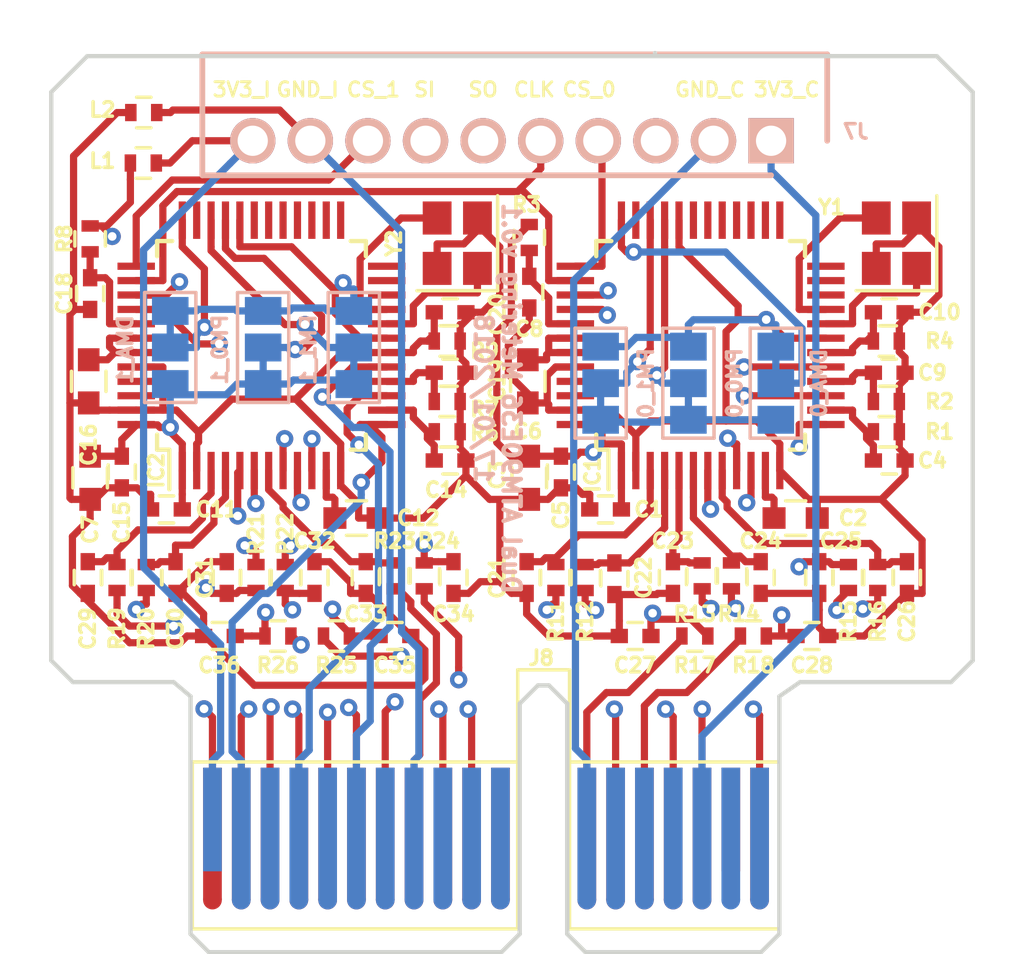
<source format=kicad_pcb>
(kicad_pcb (version 20171130) (host pcbnew "(2018-01-07 revision 47989ccfc)-makepkg")
  (layers (0 F.Cu mixed) (1 In1.Cu signal) (2 In2.Cu signal) (31 B.Cu mixed) (34 B.Paste user) (35 F.Paste user) (36 B.SilkS user) (37 F.SilkS user) (38 B.Mask user) (39 F.Mask user) (44 Edge.Cuts user))
  (net 0 "")
  (net 1 SCLK)
  (net 2 +3V3)
  (net 3 MOSI)
  (net 4 MISO)
  (net 5 GND)
  (net 6 "Net-(C20-Pad2)")
  (net 7 "Net-(C18-Pad1)")
  (net 8 "Net-(C19-Pad2)")
  (net 9 "Net-(C14-Pad2)")
  (net 10 "Net-(C10-Pad2)")
  (net 11 "Net-(C8-Pad1)")
  (net 12 "Net-(C9-Pad2)")
  (net 13 "Net-(C4-Pad2)")
  (net 14 "Net-(IC1-Pad46)")
  (net 15 "Net-(IC1-Pad45)")
  (net 16 "Net-(C6-Pad1)")
  (net 17 "Net-(IC1-Pad35)")
  (net 18 "Net-(IC1-Pad21)")
  (net 19 "Net-(IC1-Pad20)")
  (net 20 V3P)
  (net 21 V2P)
  (net 22 V1P)
  (net 23 "Net-(C2-Pad2)")
  (net 24 "Net-(C12-Pad2)")
  (net 25 "Net-(IC2-Pad20)")
  (net 26 "Net-(IC2-Pad21)")
  (net 27 "Net-(IC2-Pad35)")
  (net 28 "Net-(C16-Pad1)")
  (net 29 "Net-(IC2-Pad45)")
  (net 30 "Net-(IC2-Pad46)")
  (net 31 CS_1)
  (net 32 CS_0)
  (net 33 ZX0_1)
  (net 34 ZX1_1)
  (net 35 ZX2_1)
  (net 36 CF1_1)
  (net 37 CF2_1)
  (net 38 CF3_1)
  (net 39 CF4_1)
  (net 40 WARN_1)
  (net 41 IRQ2_1)
  (net 42 IRQ1_1)
  (net 43 DMA_0)
  (net 44 IRQ1_0)
  (net 45 IRQ2_0)
  (net 46 WARN_0)
  (net 47 CF4_0)
  (net 48 CF3_0)
  (net 49 CF2_0)
  (net 50 CF1_0)
  (net 51 ZX2_0)
  (net 52 ZX1_0)
  (net 53 ZX0_0)
  (net 54 IN_0)
  (net 55 IP_0)
  (net 56 I3N_0)
  (net 57 I3P_0)
  (net 58 I2N_0)
  (net 59 I2P_0)
  (net 60 I1N_0)
  (net 61 I1P_0)
  (net 62 3V3_ISO)
  (net 63 GND_ISO)
  (net 64 CS_2)
  (net 65 GND_CPU)
  (net 66 3V3_CPU)
  (net 67 IA1+)
  (net 68 IA1-)
  (net 69 IB1-)
  (net 70 IC1+)
  (net 71 IC1-)
  (net 72 IN1+)
  (net 73 IN1-)
  (net 74 IB1+)
  (net 75 IB2+)
  (net 76 I2P_1)
  (net 77 IN_1)
  (net 78 IN2-)
  (net 79 IN2+)
  (net 80 IP_1)
  (net 81 I3N_1)
  (net 82 IC2-)
  (net 83 IC2+)
  (net 84 I3P_1)
  (net 85 I2N_1)
  (net 86 IB2-)
  (net 87 IA2-)
  (net 88 I1N_1)
  (net 89 I1P_1)
  (net 90 IA2+)
  (net 91 "Net-(J8-Padb11)")
  (net 92 "Net-(J8-Pada13)")
  (net 93 "Net-(J8-Pada18)")
  (net 94 "Net-(J8-Pada17)")
  (net 95 "Net-(J8-Pada15)")
  (net 96 "Net-(J8-Pada14)")
  (net 97 "Net-(J8-Pada11)")
  (net 98 "Net-(J8-Pada10)")
  (net 99 "Net-(J8-Pada9)")
  (net 100 "Net-(J8-Pada7)")
  (net 101 "Net-(J8-Pada5)")
  (net 102 "Net-(J8-Pada3)")
  (net 103 "Net-(J8-Padb17)")
  (module Connectors:GS3 (layer B.Cu) (at 148.988 69.7636 180)
    (fp_text reference PM1_0 (at -1.5748 0 90) (layer B.SilkS) (effects (font (size 0.5 0.5) (thickness 0.125)) (justify mirror)))
    (fp_text value GS3)
    (pad 3 smd rect (at 0 -1.27 180) (size 1.27 0.97) (layers B.Cu B.Paste B.Mask) (net 2 +3V3))
    (pad 2 smd rect (at 0 0 180) (size 1.27 0.97) (layers B.Cu B.Paste B.Mask) (net 2 +3V3))
    (pad 1 smd rect (at 0 1.27 180) (size 1.27 0.97) (layers B.Cu B.Paste B.Mask) (net 43 DMA_0))
  )
  (module Connectors:GS3 (layer B.Cu) (at 137.268 68.5236 180)
    (fp_text reference PM0_1 (at 1.4986 -0.0762 90) (layer B.SilkS) (effects (font (size 0.5 0.5) (thickness 0.125)) (justify mirror)))
    (fp_text value GS3)
    (pad 1 smd rect (at 0 1.27 180) (size 1.27 0.97) (layers B.Cu B.Paste B.Mask) (net 43 DMA_0))
    (pad 2 smd rect (at 0 0 180) (size 1.27 0.97) (layers B.Cu B.Paste B.Mask) (net 2 +3V3))
    (pad 3 smd rect (at 0 -1.27 180) (size 1.27 0.97) (layers B.Cu B.Paste B.Mask) (net 2 +3V3))
  )
  (module Connectors:GS3 (layer B.Cu) (at 152.036 69.7636 180)
    (fp_text reference PM0_0 (at -1.6002 0 90) (layer B.SilkS) (effects (font (size 0.5 0.5) (thickness 0.125)) (justify mirror)))
    (fp_text value GS3)
    (pad 3 smd rect (at 0 -1.27 180) (size 1.27 0.97) (layers B.Cu B.Paste B.Mask) (net 2 +3V3))
    (pad 2 smd rect (at 0 0 180) (size 1.27 0.97) (layers B.Cu B.Paste B.Mask) (net 2 +3V3))
    (pad 1 smd rect (at 0 1.27 180) (size 1.27 0.97) (layers B.Cu B.Paste B.Mask) (net 43 DMA_0))
  )
  (module Connectors:GS3 (layer B.Cu) (at 155.072 69.7636 180)
    (fp_text reference DMA_0 (at -1.4986 0 90) (layer B.SilkS) (effects (font (size 0.5 0.5) (thickness 0.125)) (justify mirror)))
    (fp_text value GS3)
    (pad 1 smd rect (at 0 1.27 180) (size 1.27 0.97) (layers B.Cu B.Paste B.Mask) (net 43 DMA_0))
    (pad 2 smd rect (at 0 0 180) (size 1.27 0.97) (layers B.Cu B.Paste B.Mask) (net 43 DMA_0))
    (pad 3 smd rect (at 0 -1.27 180) (size 1.27 0.97) (layers B.Cu B.Paste B.Mask) (net 2 +3V3))
  )
  (module Connectors:GS3 (layer B.Cu) (at 134.042 68.5236 180)
    (fp_text reference DMA_1 (at 1.5621 -0.0762 90) (layer B.SilkS) (effects (font (size 0.5 0.5) (thickness 0.125)) (justify mirror)))
    (fp_text value GS3)
    (pad 3 smd rect (at 0 -1.27 180) (size 1.27 0.97) (layers B.Cu B.Paste B.Mask) (net 2 +3V3))
    (pad 2 smd rect (at 0 0 180) (size 1.27 0.97) (layers B.Cu B.Paste B.Mask) (net 43 DMA_0))
    (pad 1 smd rect (at 0 1.27 180) (size 1.27 0.97) (layers B.Cu B.Paste B.Mask) (net 43 DMA_0))
  )
  (module Connectors:GS3 (layer B.Cu) (at 140.417 68.5236 180)
    (fp_text reference PM1_1 (at 1.5748 -0.0762 90) (layer B.SilkS) (effects (font (size 0.5 0.5) (thickness 0.125)) (justify mirror)))
    (fp_text value GS3)
    (pad 1 smd rect (at 0 1.27 180) (size 1.27 0.97) (layers B.Cu B.Paste B.Mask) (net 43 DMA_0))
    (pad 2 smd rect (at 0 0 180) (size 1.27 0.97) (layers B.Cu B.Paste B.Mask) (net 2 +3V3))
    (pad 3 smd rect (at 0 -1.27 180) (size 1.27 0.97) (layers B.Cu B.Paste B.Mask) (net 2 +3V3))
  )
  (module Connectors:PCI-EXPRESS (layer F.Cu) (at 135.508 84.923)
    (fp_text reference J8 (at 11.418 -5.613) (layer F.SilkS) (effects (font (size 0.5 0.5) (thickness 0.125))))
    (fp_text value Conn_02x18_Row_Letter_First)
    (pad "" connect oval (at 1 2.8 90) (size 0.65 0.65) (layers B.Cu B.Mask))
    (pad "" connect oval (at 19 2.8 90) (size 0.65 0.65) (layers B.Cu B.Mask))
    (pad "" connect oval (at 18 2.8 90) (size 0.65 0.65) (layers B.Cu B.Mask))
    (pad "" connect oval (at 13 2.8 90) (size 0.65 0.65) (layers B.Cu B.Mask))
    (pad "" connect oval (at 10 2.8 90) (size 0.65 0.65) (layers B.Cu B.Mask))
    (pad "" connect oval (at 17 2.8 90) (size 0.65 0.65) (layers B.Cu B.Mask))
    (pad "" connect oval (at 14 2.8 90) (size 0.65 0.65) (layers B.Cu B.Mask))
    (pad "" connect oval (at 2 2.8 90) (size 0.65 0.65) (layers B.Cu B.Mask))
    (pad "" connect oval (at 16 2.8 90) (size 0.65 0.65) (layers B.Cu B.Mask))
    (pad "" connect oval (at 15 2.8 90) (size 0.65 0.65) (layers B.Cu B.Mask))
    (pad "" connect oval (at 9 2.8 90) (size 0.65 0.65) (layers B.Cu B.Mask))
    (pad "" connect oval (at 8 2.8 90) (size 0.65 0.65) (layers B.Cu B.Mask))
    (pad "" connect oval (at 7 2.8 90) (size 0.65 0.65) (layers B.Cu B.Mask))
    (pad "" connect oval (at 6 2.8 90) (size 0.65 0.65) (layers B.Cu B.Mask))
    (pad "" connect oval (at 5 2.8 90) (size 0.65 0.65) (layers B.Cu B.Mask))
    (pad "" connect oval (at 4 2.8 90) (size 0.65 0.65) (layers B.Cu B.Mask))
    (pad "" connect oval (at 3 2.8 90) (size 0.65 0.65) (layers B.Cu B.Mask))
    (pad "" connect circle (at 1 2.8) (size 0.65 0.65) (layers F.Cu F.Mask))
    (pad "" connect circle (at 17 2.8) (size 0.65 0.65) (layers F.Cu F.Mask))
    (pad "" connect circle (at 16 2.8) (size 0.65 0.65) (layers F.Cu F.Mask))
    (pad "" connect circle (at 15 2.8) (size 0.65 0.65) (layers F.Cu F.Mask))
    (pad "" connect circle (at 14 2.8) (size 0.65 0.65) (layers F.Cu F.Mask))
    (pad "" connect circle (at 13 2.8) (size 0.65 0.65) (layers F.Cu F.Mask))
    (pad "" connect circle (at 0 2.8) (size 0.65 0.65) (layers F.Cu F.Mask))
    (pad "" connect circle (at 10 2.8) (size 0.65 0.65) (layers F.Cu F.Mask))
    (pad "" connect circle (at 9 2.8) (size 0.65 0.65) (layers F.Cu F.Mask))
    (pad "" connect circle (at 8 2.8) (size 0.65 0.65) (layers F.Cu F.Mask))
    (pad "" connect circle (at 7 2.8) (size 0.65 0.65) (layers F.Cu F.Mask))
    (pad "" connect circle (at 6 2.8) (size 0.65 0.65) (layers F.Cu F.Mask))
    (pad "" connect circle (at 5 2.8) (size 0.65 0.65) (layers F.Cu F.Mask))
    (pad "" connect circle (at 4 2.8) (size 0.65 0.65) (layers F.Cu F.Mask))
    (pad "" connect circle (at 3 2.8) (size 0.65 0.65) (layers F.Cu F.Mask))
    (pad "" connect circle (at 2 2.8) (size 0.65 0.65) (layers F.Cu F.Mask))
    (pad a13 connect rect (at 14 0.5) (size 0.65 4.6) (layers B.Cu B.Mask) (net 92 "Net-(J8-Pada13)"))
    (pad a12 connect rect (at 13 0.5) (size 0.65 4.6) (layers B.Cu B.Mask) (net 65 GND_CPU))
    (pad a18 connect rect (at 19 0.5) (size 0.65 4.6) (layers B.Cu B.Mask) (net 93 "Net-(J8-Pada18)"))
    (pad a17 connect rect (at 18 0.5) (size 0.65 4.6) (layers B.Cu B.Mask) (net 94 "Net-(J8-Pada17)"))
    (pad a16 connect rect (at 17 0.5) (size 0.65 4.6) (layers B.Cu B.Mask) (net 66 3V3_CPU))
    (pad a15 connect rect (at 16 0.5) (size 0.65 4.6) (layers B.Cu B.Mask) (net 95 "Net-(J8-Pada15)"))
    (pad a14 connect rect (at 15 0.5) (size 0.65 4.6) (layers B.Cu B.Mask) (net 96 "Net-(J8-Pada14)"))
    (pad a11 connect rect (at 10 0.5) (size 0.65 4.6) (layers B.Cu B.Mask) (net 97 "Net-(J8-Pada11)"))
    (pad a10 connect rect (at 9 0.5) (size 0.65 4.6) (layers B.Cu B.Mask) (net 98 "Net-(J8-Pada10)"))
    (pad a9 connect rect (at 8 0.5) (size 0.65 4.6) (layers B.Cu B.Mask) (net 99 "Net-(J8-Pada9)"))
    (pad a8 connect rect (at 7 0.5) (size 0.65 4.6) (layers B.Cu B.Mask) (net 63 GND_ISO))
    (pad a7 connect rect (at 6 0.5) (size 0.65 4.6) (layers B.Cu B.Mask) (net 100 "Net-(J8-Pada7)"))
    (pad a6 connect rect (at 5 0.5) (size 0.65 4.6) (layers B.Cu B.Mask) (net 20 V3P))
    (pad a5 connect rect (at 4 0.5) (size 0.65 4.6) (layers B.Cu B.Mask) (net 101 "Net-(J8-Pada5)"))
    (pad a4 connect rect (at 3 0.5) (size 0.65 4.6) (layers B.Cu B.Mask) (net 21 V2P))
    (pad a3 connect rect (at 2 0.5) (size 0.65 4.6) (layers B.Cu B.Mask) (net 102 "Net-(J8-Pada3)"))
    (pad a2 connect rect (at 1 0.5) (size 0.65 4.6) (layers B.Cu B.Mask) (net 22 V1P))
    (pad a1 connect rect (at 0 0) (size 0.65 3.6) (layers B.Cu B.Mask) (net 62 3V3_ISO))
    (pad b13 connect rect (at 14 0.5) (size 0.65 4.6) (layers F.Cu F.Mask) (net 75 IB2+))
    (pad b12 connect rect (at 13 0.5) (size 0.65 4.6) (layers F.Cu F.Mask) (net 72 IN1+))
    (pad b18 connect rect (at 19 0.5) (size 0.65 4.6) (layers F.Cu F.Mask) (net 78 IN2-))
    (pad b17 connect rect (at 18 0) (size 0.65 3.6) (layers F.Cu F.Mask) (net 103 "Net-(J8-Padb17)"))
    (pad b16 connect rect (at 17 0.5) (size 0.65 4.6) (layers F.Cu F.Mask) (net 79 IN2+))
    (pad b15 connect rect (at 16 0.5) (size 0.65 4.6) (layers F.Cu F.Mask) (net 86 IB2-))
    (pad b14 connect rect (at 15 0.5) (size 0.65 4.6) (layers F.Cu F.Mask) (net 73 IN1-))
    (pad b11 connect rect (at 10 0.5) (size 0.65 4.6) (layers F.Cu F.Mask) (net 91 "Net-(J8-Padb11)"))
    (pad b10 connect rect (at 9 0.5) (size 0.65 4.6) (layers F.Cu F.Mask) (net 90 IA2+))
    (pad b9 connect rect (at 8 0.5) (size 0.65 4.6) (layers F.Cu F.Mask) (net 87 IA2-))
    (pad b8 connect rect (at 7 0.5) (size 0.65 4.6) (layers F.Cu F.Mask) (net 83 IC2+))
    (pad b7 connect rect (at 6 0.5) (size 0.65 4.6) (layers F.Cu F.Mask) (net 82 IC2-))
    (pad b6 connect rect (at 5 0.5) (size 0.65 4.6) (layers F.Cu F.Mask) (net 70 IC1+))
    (pad b5 connect rect (at 4 0.5) (size 0.65 4.6) (layers F.Cu F.Mask) (net 71 IC1-))
    (pad b4 connect rect (at 3 0.5) (size 0.65 4.6) (layers F.Cu F.Mask) (net 74 IB1+))
    (pad b3 connect rect (at 2 0.5) (size 0.65 4.6) (layers F.Cu F.Mask) (net 69 IB1-))
    (pad b2 connect rect (at 1 0.5) (size 0.65 4.6) (layers F.Cu F.Mask) (net 67 IA1+))
    (pad b1 connect rect (at 0 0.5) (size 0.65 4.6) (layers F.Cu F.Mask) (net 68 IA1-))
    (pad "" connect circle (at 19 2.8) (size 0.65 0.65) (layers F.Cu F.Mask))
  )
  (module Capacitors_SMD:C_0402 (layer F.Cu) (at 135.75 78.548 180)
    (fp_text reference C36 (at 0 -1.016 180) (layer F.SilkS) (effects (font (size 0.5 0.5) (thickness 0.125))))
    (fp_text value 18n)
    (pad 1 smd rect (at -0.55 0 180) (size 0.6 0.5) (layers F.Cu F.Paste F.Mask) (net 77 IN_1))
    (pad 2 smd rect (at 0.55 0 180) (size 0.6 0.5) (layers F.Cu F.Paste F.Mask) (net 43 DMA_0))
  )
  (module Capacitors_SMD:C_0402 (layer F.Cu) (at 141.846 78.548)
    (fp_text reference C35 (at 0 1.016) (layer F.SilkS) (effects (font (size 0.5 0.5) (thickness 0.125))))
    (fp_text value 18n)
    (pad 2 smd rect (at 0.55 0) (size 0.6 0.5) (layers F.Cu F.Paste F.Mask) (net 43 DMA_0))
    (pad 1 smd rect (at -0.55 0) (size 0.6 0.5) (layers F.Cu F.Paste F.Mask) (net 80 IP_1))
  )
  (module Capacitors_SMD:C_0402 (layer F.Cu) (at 143.878 76.516 270)
    (fp_text reference C34 (at 1.27 0) (layer F.SilkS) (effects (font (size 0.5 0.5) (thickness 0.125))))
    (fp_text value 18n)
    (pad 1 smd rect (at -0.55 0 270) (size 0.6 0.5) (layers F.Cu F.Paste F.Mask) (net 81 I3N_1))
    (pad 2 smd rect (at 0.55 0 270) (size 0.6 0.5) (layers F.Cu F.Paste F.Mask) (net 43 DMA_0))
  )
  (module Capacitors_SMD:C_0402 (layer F.Cu) (at 140.83 76.516 270)
    (fp_text reference C33 (at 1.27 0) (layer F.SilkS) (effects (font (size 0.5 0.5) (thickness 0.125))))
    (fp_text value 18n)
    (pad 2 smd rect (at 0.55 0 270) (size 0.6 0.5) (layers F.Cu F.Paste F.Mask) (net 43 DMA_0))
    (pad 1 smd rect (at -0.55 0 270) (size 0.6 0.5) (layers F.Cu F.Paste F.Mask) (net 84 I3P_1))
  )
  (module Capacitors_SMD:C_0402 (layer F.Cu) (at 139.052 76.516 90)
    (fp_text reference C32 (at 1.27 0 180) (layer F.SilkS) (effects (font (size 0.5 0.5) (thickness 0.125))))
    (fp_text value 18n)
    (pad 1 smd rect (at -0.55 0 90) (size 0.6 0.5) (layers F.Cu F.Paste F.Mask) (net 85 I2N_1))
    (pad 2 smd rect (at 0.55 0 90) (size 0.6 0.5) (layers F.Cu F.Paste F.Mask) (net 43 DMA_0))
  )
  (module Capacitors_SMD:C_0402 (layer F.Cu) (at 136.004 76.516 90)
    (fp_text reference C31 (at 0 -0.762 270) (layer F.SilkS) (effects (font (size 0.5 0.5) (thickness 0.125))))
    (fp_text value 18n)
    (pad 2 smd rect (at 0.55 0 90) (size 0.6 0.5) (layers F.Cu F.Paste F.Mask) (net 43 DMA_0))
    (pad 1 smd rect (at -0.55 0 90) (size 0.6 0.5) (layers F.Cu F.Paste F.Mask) (net 76 I2P_1))
  )
  (module Capacitors_SMD:C_0402 (layer F.Cu) (at 134.226 76.516 270)
    (fp_text reference C30 (at 1.778 0 270) (layer F.SilkS) (effects (font (size 0.5 0.5) (thickness 0.125))))
    (fp_text value 18n)
    (pad 1 smd rect (at -0.55 0 270) (size 0.6 0.5) (layers F.Cu F.Paste F.Mask) (net 88 I1N_1))
    (pad 2 smd rect (at 0.55 0 270) (size 0.6 0.5) (layers F.Cu F.Paste F.Mask) (net 43 DMA_0))
  )
  (module Capacitors_SMD:C_0402 (layer F.Cu) (at 131.178 76.516 270)
    (fp_text reference C29 (at 1.778 0 270) (layer F.SilkS) (effects (font (size 0.5 0.5) (thickness 0.125))))
    (fp_text value 18n)
    (pad 2 smd rect (at 0.55 0 270) (size 0.6 0.5) (layers F.Cu F.Paste F.Mask) (net 43 DMA_0))
    (pad 1 smd rect (at -0.55 0 270) (size 0.6 0.5) (layers F.Cu F.Paste F.Mask) (net 89 I1P_1))
  )
  (module Resistors_SMD:R_0402 (layer F.Cu) (at 132.194 76.516 270)
    (fp_text reference R19 (at 1.778 0 270) (layer F.SilkS) (effects (font (size 0.5 0.5) (thickness 0.125))))
    (fp_text value 1K)
    (pad 1 smd rect (at -0.45 0 270) (size 0.4 0.6) (layers F.Cu F.Paste F.Mask) (net 89 I1P_1))
    (pad 2 smd rect (at 0.45 0 270) (size 0.4 0.6) (layers F.Cu F.Paste F.Mask) (net 90 IA2+))
  )
  (module Resistors_SMD:R_0402 (layer F.Cu) (at 133.21 76.516 270)
    (fp_text reference R20 (at 1.778 0 270) (layer F.SilkS) (effects (font (size 0.5 0.5) (thickness 0.125))))
    (fp_text value 1K)
    (pad 2 smd rect (at 0.45 0 270) (size 0.4 0.6) (layers F.Cu F.Paste F.Mask) (net 87 IA2-))
    (pad 1 smd rect (at -0.45 0 270) (size 0.4 0.6) (layers F.Cu F.Paste F.Mask) (net 88 I1N_1))
  )
  (module Resistors_SMD:R_0402 (layer F.Cu) (at 138.036 76.516 90)
    (fp_text reference R22 (at 1.524 0 90) (layer F.SilkS) (effects (font (size 0.5 0.5) (thickness 0.125))))
    (fp_text value 1K)
    (pad 1 smd rect (at -0.45 0 90) (size 0.4 0.6) (layers F.Cu F.Paste F.Mask) (net 85 I2N_1))
    (pad 2 smd rect (at 0.45 0 90) (size 0.4 0.6) (layers F.Cu F.Paste F.Mask) (net 86 IB2-))
  )
  (module Resistors_SMD:R_0402 (layer F.Cu) (at 141.846 76.458 270)
    (fp_text reference R23 (at -1.212 0) (layer F.SilkS) (effects (font (size 0.5 0.5) (thickness 0.125))))
    (fp_text value 1K)
    (pad 2 smd rect (at 0.45 0 270) (size 0.4 0.6) (layers F.Cu F.Paste F.Mask) (net 83 IC2+))
    (pad 1 smd rect (at -0.45 0 270) (size 0.4 0.6) (layers F.Cu F.Paste F.Mask) (net 84 I3P_1))
  )
  (module Resistors_SMD:R_0402 (layer F.Cu) (at 142.862 76.458 270)
    (fp_text reference R24 (at -1.212 -0.508) (layer F.SilkS) (effects (font (size 0.5 0.5) (thickness 0.125))))
    (fp_text value 1K)
    (pad 1 smd rect (at -0.45 0 270) (size 0.4 0.6) (layers F.Cu F.Paste F.Mask) (net 81 I3N_1))
    (pad 2 smd rect (at 0.45 0 270) (size 0.4 0.6) (layers F.Cu F.Paste F.Mask) (net 82 IC2-))
  )
  (module Resistors_SMD:R_0402 (layer F.Cu) (at 139.814 78.548 180)
    (fp_text reference R25 (at 0 -1.016 180) (layer F.SilkS) (effects (font (size 0.5 0.5) (thickness 0.125))))
    (fp_text value 1K)
    (pad 2 smd rect (at 0.45 0 180) (size 0.4 0.6) (layers F.Cu F.Paste F.Mask) (net 79 IN2+))
    (pad 1 smd rect (at -0.45 0 180) (size 0.4 0.6) (layers F.Cu F.Paste F.Mask) (net 80 IP_1))
  )
  (module Resistors_SMD:R_0402 (layer F.Cu) (at 137.782 78.548)
    (fp_text reference R26 (at 0 1.016) (layer F.SilkS) (effects (font (size 0.5 0.5) (thickness 0.125))))
    (fp_text value 1K)
    (pad 1 smd rect (at -0.45 0) (size 0.4 0.6) (layers F.Cu F.Paste F.Mask) (net 77 IN_1))
    (pad 2 smd rect (at 0.45 0) (size 0.4 0.6) (layers F.Cu F.Paste F.Mask) (net 78 IN2-))
  )
  (module Resistors_SMD:R_0402 (layer F.Cu) (at 137.02 76.516 90)
    (fp_text reference R21 (at 1.524 0 90) (layer F.SilkS) (effects (font (size 0.5 0.5) (thickness 0.125))))
    (fp_text value 1K)
    (pad 2 smd rect (at 0.45 0 90) (size 0.4 0.6) (layers F.Cu F.Paste F.Mask) (net 75 IB2+))
    (pad 1 smd rect (at -0.45 0 90) (size 0.4 0.6) (layers F.Cu F.Paste F.Mask) (net 76 I2P_1))
  )
  (module Capacitors_SMD:C_0402 (layer F.Cu) (at 146.418 76.516 270)
    (fp_text reference C21 (at 0 1.016 90) (layer F.SilkS) (effects (font (size 0.5 0.5) (thickness 0.125))))
    (fp_text value 18n)
    (pad 1 smd rect (at -0.55 0 270) (size 0.6 0.5) (layers F.Cu F.Paste F.Mask) (net 61 I1P_0))
    (pad 2 smd rect (at 0.55 0 270) (size 0.6 0.5) (layers F.Cu F.Paste F.Mask) (net 43 DMA_0))
  )
  (module Capacitors_SMD:C_0402 (layer F.Cu) (at 149.466 76.558 270)
    (fp_text reference C22 (at -0.042 -1.016 90) (layer F.SilkS) (effects (font (size 0.5 0.5) (thickness 0.125))))
    (fp_text value 18n)
    (pad 2 smd rect (at 0.55 0 270) (size 0.6 0.5) (layers F.Cu F.Paste F.Mask) (net 43 DMA_0))
    (pad 1 smd rect (at -0.55 0 270) (size 0.6 0.5) (layers F.Cu F.Paste F.Mask) (net 60 I1N_0))
  )
  (module Capacitors_SMD:C_0402 (layer F.Cu) (at 151.498 76.516 270)
    (fp_text reference C23 (at -1.27 0) (layer F.SilkS) (effects (font (size 0.5 0.5) (thickness 0.125))))
    (fp_text value 18n)
    (pad 1 smd rect (at -0.55 0 270) (size 0.6 0.5) (layers F.Cu F.Paste F.Mask) (net 59 I2P_0))
    (pad 2 smd rect (at 0.55 0 270) (size 0.6 0.5) (layers F.Cu F.Paste F.Mask) (net 43 DMA_0))
  )
  (module Capacitors_SMD:C_0402 (layer F.Cu) (at 154.546 76.516 270)
    (fp_text reference C24 (at -1.27 0) (layer F.SilkS) (effects (font (size 0.5 0.5) (thickness 0.125))))
    (fp_text value 18n)
    (pad 2 smd rect (at 0.55 0 270) (size 0.6 0.5) (layers F.Cu F.Paste F.Mask) (net 43 DMA_0))
    (pad 1 smd rect (at -0.55 0 270) (size 0.6 0.5) (layers F.Cu F.Paste F.Mask) (net 58 I2N_0))
  )
  (module Capacitors_SMD:C_0402 (layer F.Cu) (at 156.578 76.516 270)
    (fp_text reference C25 (at -1.27 -0.762) (layer F.SilkS) (effects (font (size 0.5 0.5) (thickness 0.125))))
    (fp_text value 18n)
    (pad 1 smd rect (at -0.55 0 270) (size 0.6 0.5) (layers F.Cu F.Paste F.Mask) (net 57 I3P_0))
    (pad 2 smd rect (at 0.55 0 270) (size 0.6 0.5) (layers F.Cu F.Paste F.Mask) (net 43 DMA_0))
  )
  (module Capacitors_SMD:C_0402 (layer F.Cu) (at 159.626 76.516 270)
    (fp_text reference C26 (at 1.524 0 270) (layer F.SilkS) (effects (font (size 0.5 0.5) (thickness 0.125))))
    (fp_text value 18n)
    (pad 2 smd rect (at 0.55 0 270) (size 0.6 0.5) (layers F.Cu F.Paste F.Mask) (net 43 DMA_0))
    (pad 1 smd rect (at -0.55 0 270) (size 0.6 0.5) (layers F.Cu F.Paste F.Mask) (net 56 I3N_0))
  )
  (module Capacitors_SMD:C_0402 (layer F.Cu) (at 150.186 78.548 180)
    (fp_text reference C27 (at 0 -1.016 180) (layer F.SilkS) (effects (font (size 0.5 0.5) (thickness 0.125))))
    (fp_text value 18n)
    (pad 1 smd rect (at -0.55 0 180) (size 0.6 0.5) (layers F.Cu F.Paste F.Mask) (net 55 IP_0))
    (pad 2 smd rect (at 0.55 0 180) (size 0.6 0.5) (layers F.Cu F.Paste F.Mask) (net 43 DMA_0))
  )
  (module Capacitors_SMD:C_0402 (layer F.Cu) (at 156.324 78.548)
    (fp_text reference C28 (at 0 1.016) (layer F.SilkS) (effects (font (size 0.5 0.5) (thickness 0.125))))
    (fp_text value 18n)
    (pad 2 smd rect (at 0.55 0) (size 0.6 0.5) (layers F.Cu F.Paste F.Mask) (net 43 DMA_0))
    (pad 1 smd rect (at -0.55 0) (size 0.6 0.5) (layers F.Cu F.Paste F.Mask) (net 54 IN_0))
  )
  (module Resistors_SMD:R_0402 (layer F.Cu) (at 152.514 76.458 270)
    (fp_text reference R13 (at 1.328 0.254) (layer F.SilkS) (effects (font (size 0.5 0.5) (thickness 0.125))))
    (fp_text value 1K)
    (pad 1 smd rect (at -0.45 0 270) (size 0.4 0.6) (layers F.Cu F.Paste F.Mask) (net 59 I2P_0))
    (pad 2 smd rect (at 0.45 0 270) (size 0.4 0.6) (layers F.Cu F.Paste F.Mask) (net 74 IB1+))
  )
  (module Resistors_SMD:R_0402 (layer F.Cu) (at 154.292 78.548 180)
    (fp_text reference R18 (at 0 -1.016 180) (layer F.SilkS) (effects (font (size 0.5 0.5) (thickness 0.125))))
    (fp_text value 1K)
    (pad 2 smd rect (at 0.45 0 180) (size 0.4 0.6) (layers F.Cu F.Paste F.Mask) (net 73 IN1-))
    (pad 1 smd rect (at -0.45 0 180) (size 0.4 0.6) (layers F.Cu F.Paste F.Mask) (net 54 IN_0))
  )
  (module Resistors_SMD:R_0402 (layer F.Cu) (at 152.26 78.548 180)
    (fp_text reference R17 (at 0 -1.016 180) (layer F.SilkS) (effects (font (size 0.5 0.5) (thickness 0.125))))
    (fp_text value 1K)
    (pad 1 smd rect (at -0.45 0 180) (size 0.4 0.6) (layers F.Cu F.Paste F.Mask) (net 55 IP_0))
    (pad 2 smd rect (at 0.45 0 180) (size 0.4 0.6) (layers F.Cu F.Paste F.Mask) (net 72 IN1+))
  )
  (module Resistors_SMD:R_0402 (layer F.Cu) (at 158.61 76.516 270)
    (fp_text reference R16 (at 1.524 0 270) (layer F.SilkS) (effects (font (size 0.5 0.5) (thickness 0.125))))
    (fp_text value 1K)
    (pad 2 smd rect (at 0.45 0 270) (size 0.4 0.6) (layers F.Cu F.Paste F.Mask) (net 71 IC1-))
    (pad 1 smd rect (at -0.45 0 270) (size 0.4 0.6) (layers F.Cu F.Paste F.Mask) (net 56 I3N_0))
  )
  (module Resistors_SMD:R_0402 (layer F.Cu) (at 157.594 76.516 270)
    (fp_text reference R15 (at 1.524 0 270) (layer F.SilkS) (effects (font (size 0.5 0.5) (thickness 0.125))))
    (fp_text value 1K)
    (pad 1 smd rect (at -0.45 0 270) (size 0.4 0.6) (layers F.Cu F.Paste F.Mask) (net 57 I3P_0))
    (pad 2 smd rect (at 0.45 0 270) (size 0.4 0.6) (layers F.Cu F.Paste F.Mask) (net 70 IC1+))
  )
  (module Resistors_SMD:R_0402 (layer F.Cu) (at 153.53 76.458 270)
    (fp_text reference R14 (at 1.328 -0.254) (layer F.SilkS) (effects (font (size 0.5 0.5) (thickness 0.125))))
    (fp_text value 1K)
    (pad 2 smd rect (at 0.45 0 270) (size 0.4 0.6) (layers F.Cu F.Paste F.Mask) (net 69 IB1-))
    (pad 1 smd rect (at -0.45 0 270) (size 0.4 0.6) (layers F.Cu F.Paste F.Mask) (net 58 I2N_0))
  )
  (module Resistors_SMD:R_0402 (layer F.Cu) (at 148.45 76.516 270)
    (fp_text reference R12 (at 1.524 0 270) (layer F.SilkS) (effects (font (size 0.5 0.5) (thickness 0.125))))
    (fp_text value 1K)
    (pad 1 smd rect (at -0.45 0 270) (size 0.4 0.6) (layers F.Cu F.Paste F.Mask) (net 60 I1N_0))
    (pad 2 smd rect (at 0.45 0 270) (size 0.4 0.6) (layers F.Cu F.Paste F.Mask) (net 68 IA1-))
  )
  (module Resistors_SMD:R_0402 (layer F.Cu) (at 147.434 76.516 270)
    (fp_text reference R11 (at 1.524 0 270) (layer F.SilkS) (effects (font (size 0.5 0.5) (thickness 0.125))))
    (fp_text value 1K)
    (pad 2 smd rect (at 0.45 0 270) (size 0.4 0.6) (layers F.Cu F.Paste F.Mask) (net 67 IA1+))
    (pad 1 smd rect (at -0.45 0 270) (size 0.4 0.6) (layers F.Cu F.Paste F.Mask) (net 61 I1P_0))
  )
  (module Inductors_SMD:L_0402 (layer F.Cu) (at 133.108 62.1142)
    (fp_text reference L1 (at -1.422 -0.0762) (layer F.SilkS) (effects (font (size 0.5 0.5) (thickness 0.125))))
    (fp_text value L_Small)
    (pad 2 smd rect (at 0.45 0) (size 0.4 0.6) (layers F.Cu F.Paste F.Mask) (net 62 3V3_ISO))
    (pad 1 smd rect (at -0.45 0) (size 0.4 0.6) (layers F.Cu F.Paste F.Mask) (net 2 +3V3))
  )
  (module Inductors_SMD:L_0402 (layer F.Cu) (at 133.123 60.36)
    (fp_text reference L2 (at -1.437 -0.1) (layer F.SilkS) (effects (font (size 0.5 0.5) (thickness 0.125))))
    (fp_text value L_Small)
    (pad 1 smd rect (at -0.45 0) (size 0.4 0.6) (layers F.Cu F.Paste F.Mask) (net 43 DMA_0))
    (pad 2 smd rect (at 0.45 0) (size 0.4 0.6) (layers F.Cu F.Paste F.Mask) (net 63 GND_ISO))
  )
  (module Resistors_SMD:R_0402 (layer F.Cu) (at 143.66 70.4)
    (fp_text reference R7 (at 1.3 0.274) (layer F.SilkS) (effects (font (size 0.5 0.5) (thickness 0.125))))
    (fp_text value 1K)
    (pad 1 smd rect (at -0.45 0) (size 0.4 0.6) (layers F.Cu F.Paste F.Mask) (net 8 "Net-(C19-Pad2)"))
    (pad 2 smd rect (at 0.45 0) (size 0.4 0.6) (layers F.Cu F.Paste F.Mask) (net 43 DMA_0))
  )
  (module Molex_board2board:SHDR10W60P200_1X10_2150X400X335P (layer B.Cu) (at 154.907 61.341 180)
    (fp_text reference J7 (at -2.941 0.319 180) (layer B.SilkS) (effects (font (size 0.5 0.5) (thickness 0.125)) (justify mirror)))
    (fp_text value Conn_01x10 hide)
    (pad 10 thru_hole circle (at 18 0 90) (size 1.575 1.575) (drill 1.05) (layers *.Cu *.Mask B.SilkS) (net 62 3V3_ISO))
    (pad 9 thru_hole circle (at 16 0 90) (size 1.575 1.575) (drill 1.05) (layers *.Cu *.Mask B.SilkS) (net 63 GND_ISO))
    (pad 8 thru_hole circle (at 14 0 90) (size 1.575 1.575) (drill 1.05) (layers *.Cu *.Mask B.SilkS) (net 31 CS_1))
    (pad 7 thru_hole circle (at 12 0 90) (size 1.575 1.575) (drill 1.05) (layers *.Cu *.Mask B.SilkS) (net 3 MOSI))
    (pad 6 thru_hole circle (at 10 0 90) (size 1.575 1.575) (drill 1.05) (layers *.Cu *.Mask B.SilkS) (net 4 MISO))
    (pad 5 thru_hole circle (at 8 0 90) (size 1.575 1.575) (drill 1.05) (layers *.Cu *.Mask B.SilkS) (net 1 SCLK))
    (pad 4 thru_hole circle (at 6 0 90) (size 1.575 1.575) (drill 1.05) (layers *.Cu *.Mask B.SilkS) (net 32 CS_0))
    (pad 3 thru_hole circle (at 4 0 90) (size 1.575 1.575) (drill 1.05) (layers *.Cu *.Mask B.SilkS) (net 64 CS_2))
    (pad 2 thru_hole circle (at 2 0 90) (size 1.575 1.575) (drill 1.05) (layers *.Cu *.Mask B.SilkS) (net 65 GND_CPU))
    (pad 1 thru_hole rect (at 0 0 90) (size 1.575 1.575) (drill 1.05) (layers *.Cu *.Mask B.SilkS) (net 66 3V3_CPU))
  )
  (module Resistors_SMD:R_0402 (layer F.Cu) (at 146.51 64.7 270)
    (fp_text reference R3 (at -1.138 0.092) (layer F.SilkS) (effects (font (size 0.5 0.5) (thickness 0.125))))
    (fp_text value 10K)
    (pad 1 smd rect (at -0.45 0 270) (size 0.4 0.6) (layers F.Cu F.Paste F.Mask) (net 2 +3V3))
    (pad 2 smd rect (at 0.45 0 270) (size 0.4 0.6) (layers F.Cu F.Paste F.Mask) (net 11 "Net-(C8-Pad1)"))
  )
  (module Resistors_SMD:R_0402 (layer F.Cu) (at 143.66 71.45)
    (fp_text reference R6 (at 1.3 0.05) (layer F.SilkS) (effects (font (size 0.5 0.5) (thickness 0.125))))
    (fp_text value 1K)
    (pad 1 smd rect (at -0.45 0) (size 0.4 0.6) (layers F.Cu F.Paste F.Mask) (net 9 "Net-(C14-Pad2)"))
    (pad 2 smd rect (at 0.45 0) (size 0.4 0.6) (layers F.Cu F.Paste F.Mask) (net 43 DMA_0))
  )
  (module Capacitors_SMD:C_0402 (layer F.Cu) (at 159.01 72.45 180)
    (fp_text reference C4 (at -1.5 0 180) (layer F.SilkS) (effects (font (size 0.5 0.5) (thickness 0.125))))
    (fp_text value 18n)
    (pad 2 smd rect (at 0.55 0 180) (size 0.6 0.5) (layers F.Cu F.Paste F.Mask) (net 13 "Net-(C4-Pad2)"))
    (pad 1 smd rect (at -0.55 0 180) (size 0.6 0.5) (layers F.Cu F.Paste F.Mask) (net 43 DMA_0))
  )
  (module Capacitors_SMD:C_0402 (layer F.Cu) (at 143.76 69.4 180)
    (fp_text reference C19 (at -1.642 -0.258 270) (layer F.SilkS) (effects (font (size 0.5 0.5) (thickness 0.125))))
    (fp_text value 18n)
    (pad 1 smd rect (at -0.55 0 180) (size 0.6 0.5) (layers F.Cu F.Paste F.Mask) (net 43 DMA_0))
    (pad 2 smd rect (at 0.55 0 180) (size 0.6 0.5) (layers F.Cu F.Paste F.Mask) (net 8 "Net-(C19-Pad2)"))
  )
  (module Capacitors_SMD:C_0402 (layer F.Cu) (at 131.26 66.65 270)
    (fp_text reference C18 (at 0 0.9 270) (layer F.SilkS) (effects (font (size 0.5 0.5) (thickness 0.125))))
    (fp_text value 100n)
    (pad 2 smd rect (at 0.55 0 270) (size 0.6 0.5) (layers F.Cu F.Paste F.Mask) (net 43 DMA_0))
    (pad 1 smd rect (at -0.55 0 270) (size 0.6 0.5) (layers F.Cu F.Paste F.Mask) (net 7 "Net-(C18-Pad1)"))
  )
  (module Capacitors_SMD:C_0402 (layer F.Cu) (at 132.36 72.85 90)
    (fp_text reference C15 (at -1.75 0 90) (layer F.SilkS) (effects (font (size 0.5 0.5) (thickness 0.125))))
    (fp_text value 100n)
    (pad 2 smd rect (at 0.55 0 90) (size 0.6 0.5) (layers F.Cu F.Paste F.Mask) (net 2 +3V3))
    (pad 1 smd rect (at -0.55 0 90) (size 0.6 0.5) (layers F.Cu F.Paste F.Mask) (net 43 DMA_0))
  )
  (module Capacitors_SMD:C_0402 (layer F.Cu) (at 143.76 67.3 180)
    (fp_text reference C20 (at -1.642 -0.072 270) (layer F.SilkS) (effects (font (size 0.5 0.5) (thickness 0.125))))
    (fp_text value 18n)
    (pad 1 smd rect (at -0.55 0 180) (size 0.6 0.5) (layers F.Cu F.Paste F.Mask) (net 43 DMA_0))
    (pad 2 smd rect (at 0.55 0 180) (size 0.6 0.5) (layers F.Cu F.Paste F.Mask) (net 6 "Net-(C20-Pad2)"))
  )
  (module Capacitors_SMD:C_0402 (layer F.Cu) (at 133.91 74.15)
    (fp_text reference C11 (at 1.75 0) (layer F.SilkS) (effects (font (size 0.5 0.5) (thickness 0.125))))
    (fp_text value 100n)
    (pad 2 smd rect (at 0.55 0) (size 0.6 0.5) (layers F.Cu F.Paste F.Mask) (net 2 +3V3))
    (pad 1 smd rect (at -0.55 0) (size 0.6 0.5) (layers F.Cu F.Paste F.Mask) (net 43 DMA_0))
  )
  (module Capacitors_SMD:C_0402 (layer F.Cu) (at 159.01 67.3 180)
    (fp_text reference C10 (at -1.75 0 180) (layer F.SilkS) (effects (font (size 0.5 0.5) (thickness 0.125))))
    (fp_text value 18n)
    (pad 1 smd rect (at -0.55 0 180) (size 0.6 0.5) (layers F.Cu F.Paste F.Mask) (net 43 DMA_0))
    (pad 2 smd rect (at 0.55 0 180) (size 0.6 0.5) (layers F.Cu F.Paste F.Mask) (net 10 "Net-(C10-Pad2)"))
  )
  (module Capacitors_SMD:C_0402 (layer F.Cu) (at 149.16 74.15)
    (fp_text reference C1 (at 1.5 0 180) (layer F.SilkS) (effects (font (size 0.5 0.5) (thickness 0.125))))
    (fp_text value 100n)
    (pad 2 smd rect (at 0.55 0) (size 0.6 0.5) (layers F.Cu F.Paste F.Mask) (net 2 +3V3))
    (pad 1 smd rect (at -0.55 0) (size 0.6 0.5) (layers F.Cu F.Paste F.Mask) (net 43 DMA_0))
  )
  (module Capacitors_SMD:C_0402 (layer F.Cu) (at 147.61 72.85 90)
    (fp_text reference C5 (at -1.5 0 90) (layer F.SilkS) (effects (font (size 0.5 0.5) (thickness 0.125))))
    (fp_text value 100n)
    (pad 2 smd rect (at 0.55 0 90) (size 0.6 0.5) (layers F.Cu F.Paste F.Mask) (net 2 +3V3))
    (pad 1 smd rect (at -0.55 0 90) (size 0.6 0.5) (layers F.Cu F.Paste F.Mask) (net 43 DMA_0))
  )
  (module Capacitors_SMD:C_0402 (layer F.Cu) (at 146.51 66.6 270)
    (fp_text reference C8 (at 1.28 0) (layer F.SilkS) (effects (font (size 0.5 0.5) (thickness 0.125))))
    (fp_text value 100n)
    (pad 1 smd rect (at -0.55 0 270) (size 0.6 0.5) (layers F.Cu F.Paste F.Mask) (net 11 "Net-(C8-Pad1)"))
    (pad 2 smd rect (at 0.55 0 270) (size 0.6 0.5) (layers F.Cu F.Paste F.Mask) (net 43 DMA_0))
  )
  (module Capacitors_SMD:C_0402 (layer F.Cu) (at 143.76 72.45 180)
    (fp_text reference C14 (at 0.136 -1.018 180) (layer F.SilkS) (effects (font (size 0.5 0.5) (thickness 0.125))))
    (fp_text value 18n)
    (pad 2 smd rect (at 0.55 0 180) (size 0.6 0.5) (layers F.Cu F.Paste F.Mask) (net 9 "Net-(C14-Pad2)"))
    (pad 1 smd rect (at -0.55 0 180) (size 0.6 0.5) (layers F.Cu F.Paste F.Mask) (net 43 DMA_0))
  )
  (module Capacitors_SMD:C_0402 (layer F.Cu) (at 159.01 69.4 180)
    (fp_text reference C9 (at -1.5 0 180) (layer F.SilkS) (effects (font (size 0.5 0.5) (thickness 0.125))))
    (fp_text value 18n)
    (pad 1 smd rect (at -0.55 0 180) (size 0.6 0.5) (layers F.Cu F.Paste F.Mask) (net 43 DMA_0))
    (pad 2 smd rect (at 0.55 0 180) (size 0.6 0.5) (layers F.Cu F.Paste F.Mask) (net 12 "Net-(C9-Pad2)"))
  )
  (module Capacitors_SMD:C_0603 (layer F.Cu) (at 140.51 74.45 180)
    (fp_text reference C12 (at -2.15 0 180) (layer F.SilkS) (effects (font (size 0.5 0.5) (thickness 0.125))))
    (fp_text value 10u)
    (pad 1 smd rect (at -0.75 0 180) (size 0.8 0.75) (layers F.Cu F.Paste F.Mask) (net 43 DMA_0))
    (pad 2 smd rect (at 0.75 0 180) (size 0.8 0.75) (layers F.Cu F.Paste F.Mask) (net 24 "Net-(C12-Pad2)"))
  )
  (module Capacitors_SMD:C_0603 (layer F.Cu) (at 155.76 74.45 180)
    (fp_text reference C2 (at -2 0 180) (layer F.SilkS) (effects (font (size 0.5 0.5) (thickness 0.125))))
    (fp_text value 10u)
    (pad 1 smd rect (at -0.75 0 180) (size 0.8 0.75) (layers F.Cu F.Paste F.Mask) (net 43 DMA_0))
    (pad 2 smd rect (at 0.75 0 180) (size 0.8 0.75) (layers F.Cu F.Paste F.Mask) (net 23 "Net-(C2-Pad2)"))
  )
  (module Resistors_SMD:R_0402 (layer F.Cu) (at 158.91 71.45)
    (fp_text reference R1 (at 1.85 0) (layer F.SilkS) (effects (font (size 0.5 0.5) (thickness 0.125))))
    (fp_text value 1K)
    (pad 2 smd rect (at 0.45 0) (size 0.4 0.6) (layers F.Cu F.Paste F.Mask) (net 43 DMA_0))
    (pad 1 smd rect (at -0.45 0) (size 0.4 0.6) (layers F.Cu F.Paste F.Mask) (net 13 "Net-(C4-Pad2)"))
  )
  (module Resistors_SMD:R_0402 (layer F.Cu) (at 158.91 70.4)
    (fp_text reference R2 (at 1.85 0) (layer F.SilkS) (effects (font (size 0.5 0.5) (thickness 0.125))))
    (fp_text value 1K)
    (pad 2 smd rect (at 0.45 0) (size 0.4 0.6) (layers F.Cu F.Paste F.Mask) (net 43 DMA_0))
    (pad 1 smd rect (at -0.45 0) (size 0.4 0.6) (layers F.Cu F.Paste F.Mask) (net 12 "Net-(C9-Pad2)"))
  )
  (module Resistors_SMD:R_0402 (layer F.Cu) (at 158.91 68.3)
    (fp_text reference R4 (at 1.85 0) (layer F.SilkS) (effects (font (size 0.5 0.5) (thickness 0.125))))
    (fp_text value 1K)
    (pad 1 smd rect (at -0.45 0) (size 0.4 0.6) (layers F.Cu F.Paste F.Mask) (net 10 "Net-(C10-Pad2)"))
    (pad 2 smd rect (at 0.45 0) (size 0.4 0.6) (layers F.Cu F.Paste F.Mask) (net 43 DMA_0))
  )
  (module Resistors_SMD:R_0402 (layer F.Cu) (at 131.26 64.75 270)
    (fp_text reference R8 (at 0 0.9 270) (layer F.SilkS) (effects (font (size 0.5 0.5) (thickness 0.125))))
    (fp_text value 1K)
    (pad 1 smd rect (at -0.45 0 270) (size 0.4 0.6) (layers F.Cu F.Paste F.Mask) (net 2 +3V3))
    (pad 2 smd rect (at 0.45 0 270) (size 0.4 0.6) (layers F.Cu F.Paste F.Mask) (net 7 "Net-(C18-Pad1)"))
  )
  (module Resistors_SMD:R_0402 (layer F.Cu) (at 143.66 68.3)
    (fp_text reference R9 (at 1.3 0.342) (layer F.SilkS) (effects (font (size 0.5 0.5) (thickness 0.125))))
    (fp_text value 1K)
    (pad 2 smd rect (at 0.45 0) (size 0.4 0.6) (layers F.Cu F.Paste F.Mask) (net 43 DMA_0))
    (pad 1 smd rect (at -0.45 0) (size 0.4 0.6) (layers F.Cu F.Paste F.Mask) (net 6 "Net-(C20-Pad2)"))
  )
  (module Crystals:Crystal_SMD_2520-4pin_2.5x2.0mm (layer F.Cu) (at 144.01 64.9 90)
    (fp_text reference Y2 (at 0 -2.2 90) (layer F.SilkS) (effects (font (size 0.5 0.5) (thickness 0.125))))
    (fp_text value Crystal_GND24)
    (pad 1 smd rect (at -0.875 0.7 90) (size 1.15 1) (layers F.Cu F.Paste F.Mask) (net 25 "Net-(IC2-Pad20)"))
    (pad 2 smd rect (at 0.875 0.7 90) (size 1.15 1) (layers F.Cu F.Paste F.Mask) (net 43 DMA_0))
    (pad 3 smd rect (at 0.875 -0.7 90) (size 1.15 1) (layers F.Cu F.Paste F.Mask) (net 26 "Net-(IC2-Pad21)"))
    (pad 4 smd rect (at -0.875 -0.7 90) (size 1.15 1) (layers F.Cu F.Paste F.Mask) (net 43 DMA_0))
  )
  (module Crystals:Crystal_SMD_2520-4pin_2.5x2.0mm (layer F.Cu) (at 159.26 64.9 90)
    (fp_text reference Y1 (at 1.25 -2.25 180) (layer F.SilkS) (effects (font (size 0.5 0.5) (thickness 0.125))))
    (fp_text value Crystal_GND24)
    (pad 4 smd rect (at -0.875 -0.7 90) (size 1.15 1) (layers F.Cu F.Paste F.Mask) (net 43 DMA_0))
    (pad 3 smd rect (at 0.875 -0.7 90) (size 1.15 1) (layers F.Cu F.Paste F.Mask) (net 18 "Net-(IC1-Pad21)"))
    (pad 2 smd rect (at 0.875 0.7 90) (size 1.15 1) (layers F.Cu F.Paste F.Mask) (net 43 DMA_0))
    (pad 1 smd rect (at -0.875 0.7 90) (size 1.15 1) (layers F.Cu F.Paste F.Mask) (net 19 "Net-(IC1-Pad20)"))
  )
  (module Housings_QFP:TQFP-48_7x7mm_Pitch0.5mm (layer F.Cu) (at 137.21 68.45 90)
    (fp_text reference IC2 (at -4.35 -3.65 90) (layer F.SilkS) (effects (font (size 0.5 0.5) (thickness 0.125))))
    (fp_text value ATM90E36_ATM90E36)
    (pad 1 smd rect (at -4.35 -2.75 90) (size 1.3 0.25) (layers F.Cu F.Paste F.Mask) (net 2 +3V3))
    (pad 2 smd rect (at -4.35 -2.25 90) (size 1.3 0.25) (layers F.Cu F.Paste F.Mask) (net 43 DMA_0))
    (pad 3 smd rect (at -4.35 -1.75 90) (size 1.3 0.25) (layers F.Cu F.Paste F.Mask) (net 89 I1P_1))
    (pad 4 smd rect (at -4.35 -1.25 90) (size 1.3 0.25) (layers F.Cu F.Paste F.Mask) (net 88 I1N_1))
    (pad 5 smd rect (at -4.35 -0.75 90) (size 1.3 0.25) (layers F.Cu F.Paste F.Mask) (net 76 I2P_1))
    (pad 6 smd rect (at -4.35 -0.25 90) (size 1.3 0.25) (layers F.Cu F.Paste F.Mask) (net 85 I2N_1))
    (pad 7 smd rect (at -4.35 0.25 90) (size 1.3 0.25) (layers F.Cu F.Paste F.Mask) (net 84 I3P_1))
    (pad 8 smd rect (at -4.35 0.75 90) (size 1.3 0.25) (layers F.Cu F.Paste F.Mask) (net 81 I3N_1))
    (pad 9 smd rect (at -4.35 1.25 90) (size 1.3 0.25) (layers F.Cu F.Paste F.Mask) (net 80 IP_1))
    (pad 10 smd rect (at -4.35 1.75 90) (size 1.3 0.25) (layers F.Cu F.Paste F.Mask) (net 77 IN_1))
    (pad 11 smd rect (at -4.35 2.25 90) (size 1.3 0.25) (layers F.Cu F.Paste F.Mask) (net 24 "Net-(C12-Pad2)"))
    (pad 12 smd rect (at -4.35 2.75 90) (size 1.3 0.25) (layers F.Cu F.Paste F.Mask) (net 43 DMA_0))
    (pad 13 smd rect (at -2.75 4.35 180) (size 1.3 0.25) (layers F.Cu F.Paste F.Mask) (net 22 V1P))
    (pad 14 smd rect (at -2.25 4.35 180) (size 1.3 0.25) (layers F.Cu F.Paste F.Mask) (net 9 "Net-(C14-Pad2)"))
    (pad 15 smd rect (at -1.75 4.35 180) (size 1.3 0.25) (layers F.Cu F.Paste F.Mask) (net 21 V2P))
    (pad 16 smd rect (at -1.25 4.35 180) (size 1.3 0.25) (layers F.Cu F.Paste F.Mask) (net 8 "Net-(C19-Pad2)"))
    (pad 17 smd rect (at -0.75 4.35 180) (size 1.3 0.25) (layers F.Cu F.Paste F.Mask) (net 20 V3P))
    (pad 18 smd rect (at -0.25 4.35 180) (size 1.3 0.25) (layers F.Cu F.Paste F.Mask) (net 6 "Net-(C20-Pad2)"))
    (pad 19 smd rect (at 0.25 4.35 180) (size 1.3 0.25) (layers F.Cu F.Paste F.Mask) (net 43 DMA_0))
    (pad 20 smd rect (at 0.75 4.35 180) (size 1.3 0.25) (layers F.Cu F.Paste F.Mask) (net 25 "Net-(IC2-Pad20)"))
    (pad 21 smd rect (at 1.25 4.35 180) (size 1.3 0.25) (layers F.Cu F.Paste F.Mask) (net 26 "Net-(IC2-Pad21)"))
    (pad 22 smd rect (at 1.75 4.35 180) (size 1.3 0.25) (layers F.Cu F.Paste F.Mask) (net 33 ZX0_1))
    (pad 23 smd rect (at 2.25 4.35 180) (size 1.3 0.25) (layers F.Cu F.Paste F.Mask) (net 34 ZX1_1))
    (pad 24 smd rect (at 2.75 4.35 180) (size 1.3 0.25) (layers F.Cu F.Paste F.Mask) (net 35 ZX2_1))
    (pad 25 smd rect (at 4.35 2.75 90) (size 1.3 0.25) (layers F.Cu F.Paste F.Mask) (net 36 CF1_1))
    (pad 26 smd rect (at 4.35 2.25 90) (size 1.3 0.25) (layers F.Cu F.Paste F.Mask) (net 37 CF2_1))
    (pad 27 smd rect (at 4.35 1.75 90) (size 1.3 0.25) (layers F.Cu F.Paste F.Mask) (net 38 CF3_1))
    (pad 28 smd rect (at 4.35 1.25 90) (size 1.3 0.25) (layers F.Cu F.Paste F.Mask) (net 39 CF4_1))
    (pad 29 smd rect (at 4.35 0.75 90) (size 1.3 0.25) (layers F.Cu F.Paste F.Mask) (net 40 WARN_1))
    (pad 30 smd rect (at 4.35 0.25 90) (size 1.3 0.25) (layers F.Cu F.Paste F.Mask) (net 41 IRQ2_1))
    (pad 31 smd rect (at 4.35 -0.25 90) (size 1.3 0.25) (layers F.Cu F.Paste F.Mask) (net 42 IRQ1_1))
    (pad 32 smd rect (at 4.35 -0.75 90) (size 1.3 0.25) (layers F.Cu F.Paste F.Mask) (net 43 DMA_0))
    (pad 33 smd rect (at 4.35 -1.25 90) (size 1.3 0.25) (layers F.Cu F.Paste F.Mask) (net 2 +3V3))
    (pad 34 smd rect (at 4.35 -1.75 90) (size 1.3 0.25) (layers F.Cu F.Paste F.Mask) (net 2 +3V3))
    (pad 35 smd rect (at 4.35 -2.25 90) (size 1.3 0.25) (layers F.Cu F.Paste F.Mask) (net 27 "Net-(IC2-Pad35)"))
    (pad 36 smd rect (at 4.35 -2.75 90) (size 1.3 0.25) (layers F.Cu F.Paste F.Mask) (net 43 DMA_0))
    (pad 37 smd rect (at 2.75 -4.35 180) (size 1.3 0.25) (layers F.Cu F.Paste F.Mask) (net 31 CS_1))
    (pad 38 smd rect (at 2.25 -4.35 180) (size 1.3 0.25) (layers F.Cu F.Paste F.Mask) (net 1 SCLK))
    (pad 39 smd rect (at 1.75 -4.35 180) (size 1.3 0.25) (layers F.Cu F.Paste F.Mask) (net 4 MISO))
    (pad 40 smd rect (at 1.25 -4.35 180) (size 1.3 0.25) (layers F.Cu F.Paste F.Mask) (net 3 MOSI))
    (pad 41 smd rect (at 0.75 -4.35 180) (size 1.3 0.25) (layers F.Cu F.Paste F.Mask) (net 7 "Net-(C18-Pad1)"))
    (pad 42 smd rect (at 0.25 -4.35 180) (size 1.3 0.25) (layers F.Cu F.Paste F.Mask) (net 28 "Net-(C16-Pad1)"))
    (pad 43 smd rect (at -0.25 -4.35 180) (size 1.3 0.25) (layers F.Cu F.Paste F.Mask) (net 28 "Net-(C16-Pad1)"))
    (pad 44 smd rect (at -0.75 -4.35 180) (size 1.3 0.25) (layers F.Cu F.Paste F.Mask) (net 43 DMA_0))
    (pad 45 smd rect (at -1.25 -4.35 180) (size 1.3 0.25) (layers F.Cu F.Paste F.Mask) (net 29 "Net-(IC2-Pad45)"))
    (pad 46 smd rect (at -1.75 -4.35 180) (size 1.3 0.25) (layers F.Cu F.Paste F.Mask) (net 30 "Net-(IC2-Pad46)"))
    (pad 47 smd rect (at -2.25 -4.35 180) (size 1.3 0.25) (layers F.Cu F.Paste F.Mask) (net 43 DMA_0))
    (pad 48 smd rect (at -2.75 -4.35 180) (size 1.3 0.25) (layers F.Cu F.Paste F.Mask) (net 2 +3V3))
  )
  (module Housings_QFP:TQFP-48_7x7mm_Pitch0.5mm (layer F.Cu) (at 152.46 68.45 90)
    (fp_text reference IC1 (at -4.5 -3.75 270) (layer F.SilkS) (effects (font (size 0.5 0.5) (thickness 0.125))))
    (fp_text value ATM90E36_ATM90E36)
    (pad 48 smd rect (at -2.75 -4.35 180) (size 1.3 0.25) (layers F.Cu F.Paste F.Mask) (net 2 +3V3))
    (pad 47 smd rect (at -2.25 -4.35 180) (size 1.3 0.25) (layers F.Cu F.Paste F.Mask) (net 43 DMA_0))
    (pad 46 smd rect (at -1.75 -4.35 180) (size 1.3 0.25) (layers F.Cu F.Paste F.Mask) (net 14 "Net-(IC1-Pad46)"))
    (pad 45 smd rect (at -1.25 -4.35 180) (size 1.3 0.25) (layers F.Cu F.Paste F.Mask) (net 15 "Net-(IC1-Pad45)"))
    (pad 44 smd rect (at -0.75 -4.35 180) (size 1.3 0.25) (layers F.Cu F.Paste F.Mask) (net 43 DMA_0))
    (pad 43 smd rect (at -0.25 -4.35 180) (size 1.3 0.25) (layers F.Cu F.Paste F.Mask) (net 16 "Net-(C6-Pad1)"))
    (pad 42 smd rect (at 0.25 -4.35 180) (size 1.3 0.25) (layers F.Cu F.Paste F.Mask) (net 16 "Net-(C6-Pad1)"))
    (pad 41 smd rect (at 0.75 -4.35 180) (size 1.3 0.25) (layers F.Cu F.Paste F.Mask) (net 11 "Net-(C8-Pad1)"))
    (pad 40 smd rect (at 1.25 -4.35 180) (size 1.3 0.25) (layers F.Cu F.Paste F.Mask) (net 3 MOSI))
    (pad 39 smd rect (at 1.75 -4.35 180) (size 1.3 0.25) (layers F.Cu F.Paste F.Mask) (net 4 MISO))
    (pad 38 smd rect (at 2.25 -4.35 180) (size 1.3 0.25) (layers F.Cu F.Paste F.Mask) (net 1 SCLK))
    (pad 37 smd rect (at 2.75 -4.35 180) (size 1.3 0.25) (layers F.Cu F.Paste F.Mask) (net 32 CS_0))
    (pad 36 smd rect (at 4.35 -2.75 90) (size 1.3 0.25) (layers F.Cu F.Paste F.Mask) (net 43 DMA_0))
    (pad 35 smd rect (at 4.35 -2.25 90) (size 1.3 0.25) (layers F.Cu F.Paste F.Mask) (net 17 "Net-(IC1-Pad35)"))
    (pad 34 smd rect (at 4.35 -1.75 90) (size 1.3 0.25) (layers F.Cu F.Paste F.Mask) (net 2 +3V3))
    (pad 33 smd rect (at 4.35 -1.25 90) (size 1.3 0.25) (layers F.Cu F.Paste F.Mask) (net 2 +3V3))
    (pad 32 smd rect (at 4.35 -0.75 90) (size 1.3 0.25) (layers F.Cu F.Paste F.Mask) (net 43 DMA_0))
    (pad 31 smd rect (at 4.35 -0.25 90) (size 1.3 0.25) (layers F.Cu F.Paste F.Mask) (net 44 IRQ1_0))
    (pad 30 smd rect (at 4.35 0.25 90) (size 1.3 0.25) (layers F.Cu F.Paste F.Mask) (net 45 IRQ2_0))
    (pad 29 smd rect (at 4.35 0.75 90) (size 1.3 0.25) (layers F.Cu F.Paste F.Mask) (net 46 WARN_0))
    (pad 28 smd rect (at 4.35 1.25 90) (size 1.3 0.25) (layers F.Cu F.Paste F.Mask) (net 47 CF4_0))
    (pad 27 smd rect (at 4.35 1.75 90) (size 1.3 0.25) (layers F.Cu F.Paste F.Mask) (net 48 CF3_0))
    (pad 26 smd rect (at 4.35 2.25 90) (size 1.3 0.25) (layers F.Cu F.Paste F.Mask) (net 49 CF2_0))
    (pad 25 smd rect (at 4.35 2.75 90) (size 1.3 0.25) (layers F.Cu F.Paste F.Mask) (net 50 CF1_0))
    (pad 24 smd rect (at 2.75 4.35 180) (size 1.3 0.25) (layers F.Cu F.Paste F.Mask) (net 51 ZX2_0))
    (pad 23 smd rect (at 2.25 4.35 180) (size 1.3 0.25) (layers F.Cu F.Paste F.Mask) (net 52 ZX1_0))
    (pad 22 smd rect (at 1.75 4.35 180) (size 1.3 0.25) (layers F.Cu F.Paste F.Mask) (net 53 ZX0_0))
    (pad 21 smd rect (at 1.25 4.35 180) (size 1.3 0.25) (layers F.Cu F.Paste F.Mask) (net 18 "Net-(IC1-Pad21)"))
    (pad 20 smd rect (at 0.75 4.35 180) (size 1.3 0.25) (layers F.Cu F.Paste F.Mask) (net 19 "Net-(IC1-Pad20)"))
    (pad 19 smd rect (at 0.25 4.35 180) (size 1.3 0.25) (layers F.Cu F.Paste F.Mask) (net 43 DMA_0))
    (pad 18 smd rect (at -0.25 4.35 180) (size 1.3 0.25) (layers F.Cu F.Paste F.Mask) (net 10 "Net-(C10-Pad2)"))
    (pad 17 smd rect (at -0.75 4.35 180) (size 1.3 0.25) (layers F.Cu F.Paste F.Mask) (net 20 V3P))
    (pad 16 smd rect (at -1.25 4.35 180) (size 1.3 0.25) (layers F.Cu F.Paste F.Mask) (net 12 "Net-(C9-Pad2)"))
    (pad 15 smd rect (at -1.75 4.35 180) (size 1.3 0.25) (layers F.Cu F.Paste F.Mask) (net 21 V2P))
    (pad 14 smd rect (at -2.25 4.35 180) (size 1.3 0.25) (layers F.Cu F.Paste F.Mask) (net 13 "Net-(C4-Pad2)"))
    (pad 13 smd rect (at -2.75 4.35 180) (size 1.3 0.25) (layers F.Cu F.Paste F.Mask) (net 22 V1P))
    (pad 12 smd rect (at -4.35 2.75 90) (size 1.3 0.25) (layers F.Cu F.Paste F.Mask) (net 43 DMA_0))
    (pad 11 smd rect (at -4.35 2.25 90) (size 1.3 0.25) (layers F.Cu F.Paste F.Mask) (net 23 "Net-(C2-Pad2)"))
    (pad 10 smd rect (at -4.35 1.75 90) (size 1.3 0.25) (layers F.Cu F.Paste F.Mask) (net 54 IN_0))
    (pad 9 smd rect (at -4.35 1.25 90) (size 1.3 0.25) (layers F.Cu F.Paste F.Mask) (net 55 IP_0))
    (pad 8 smd rect (at -4.35 0.75 90) (size 1.3 0.25) (layers F.Cu F.Paste F.Mask) (net 56 I3N_0))
    (pad 7 smd rect (at -4.35 0.25 90) (size 1.3 0.25) (layers F.Cu F.Paste F.Mask) (net 57 I3P_0))
    (pad 6 smd rect (at -4.35 -0.25 90) (size 1.3 0.25) (layers F.Cu F.Paste F.Mask) (net 58 I2N_0))
    (pad 5 smd rect (at -4.35 -0.75 90) (size 1.3 0.25) (layers F.Cu F.Paste F.Mask) (net 59 I2P_0))
    (pad 4 smd rect (at -4.35 -1.25 90) (size 1.3 0.25) (layers F.Cu F.Paste F.Mask) (net 60 I1N_0))
    (pad 3 smd rect (at -4.35 -1.75 90) (size 1.3 0.25) (layers F.Cu F.Paste F.Mask) (net 61 I1P_0))
    (pad 2 smd rect (at -4.35 -2.25 90) (size 1.3 0.25) (layers F.Cu F.Paste F.Mask) (net 43 DMA_0))
    (pad 1 smd rect (at -4.35 -2.75 90) (size 1.3 0.25) (layers F.Cu F.Paste F.Mask) (net 2 +3V3))
  )
  (module Capacitors_SMD:C_0603 (layer F.Cu) (at 146.51 73.05 90)
    (fp_text reference C3 (at 0.09 -1.108 90) (layer F.SilkS) (effects (font (size 0.5 0.5) (thickness 0.125))))
    (fp_text value 10u)
    (pad 2 smd rect (at 0.75 0 90) (size 0.8 0.75) (layers F.Cu F.Paste F.Mask) (net 2 +3V3))
    (pad 1 smd rect (at -0.75 0 90) (size 0.8 0.75) (layers F.Cu F.Paste F.Mask) (net 43 DMA_0))
  )
  (module Capacitors_SMD:C_0603 (layer F.Cu) (at 146.46 69.7 270)
    (fp_text reference C6 (at 1.736 0) (layer F.SilkS) (effects (font (size 0.5 0.5) (thickness 0.125))))
    (fp_text value 10u)
    (pad 2 smd rect (at 0.75 0 270) (size 0.8 0.75) (layers F.Cu F.Paste F.Mask) (net 43 DMA_0))
    (pad 1 smd rect (at -0.75 0 270) (size 0.8 0.75) (layers F.Cu F.Paste F.Mask) (net 16 "Net-(C6-Pad1)"))
  )
  (module Capacitors_SMD:C_0603 (layer F.Cu) (at 131.21 69.7 270)
    (fp_text reference C16 (at 2.2 0 270) (layer F.SilkS) (effects (font (size 0.5 0.5) (thickness 0.125))))
    (fp_text value 10u)
    (pad 2 smd rect (at 0.75 0 270) (size 0.8 0.75) (layers F.Cu F.Paste F.Mask) (net 43 DMA_0))
    (pad 1 smd rect (at -0.75 0 270) (size 0.8 0.75) (layers F.Cu F.Paste F.Mask) (net 28 "Net-(C16-Pad1)"))
  )
  (module Capacitors_SMD:C_0603 (layer F.Cu) (at 131.26 73.05 90)
    (fp_text reference C7 (at -1.8 0 90) (layer F.SilkS) (effects (font (size 0.5 0.5) (thickness 0.125))))
    (fp_text value 10u)
    (pad 2 smd rect (at 0.75 0 90) (size 0.8 0.75) (layers F.Cu F.Paste F.Mask) (net 2 +3V3))
    (pad 1 smd rect (at -0.75 0 90) (size 0.8 0.75) (layers F.Cu F.Paste F.Mask) (net 43 DMA_0))
  )
  (gr_text "Dual ATM90E36 Metering v0.1\n17/01/2018" (at 145.402 70.293 270) (layer B.SilkS) (effects (font (size 0.6 0.6)) (justify mirror)))
  (gr_line (start 134.16 80.15) (end 134.747 80.645) (angle 90) (layer Edge.Cuts) (width 0.15))
  (gr_line (start 155.91 80.15) (end 155.194 80.645) (angle 90) (layer Edge.Cuts) (width 0.15))
  (gr_line (start 131.16 58.4) (end 160.66 58.4) (angle 90) (layer Edge.Cuts) (width 0.15))
  (gr_line (start 130.66 80.15) (end 134.16 80.15) (angle 90) (layer Edge.Cuts) (width 0.15))
  (gr_line (start 129.91 79.4) (end 130.66 80.15) (angle 90) (layer Edge.Cuts) (width 0.15))
  (gr_line (start 161.16 80.15) (end 155.91 80.15) (angle 90) (layer Edge.Cuts) (width 0.15))
  (gr_line (start 161.91 79.4) (end 161.16 80.15) (angle 90) (layer Edge.Cuts) (width 0.15))
  (gr_line (start 160.66 58.4) (end 161.91 59.65) (angle 90) (layer Edge.Cuts) (width 0.15))
  (gr_line (start 129.91 59.65) (end 131.16 58.4) (angle 90) (layer Edge.Cuts) (width 0.15))
  (gr_line (start 161.91 79.4) (end 161.91 59.65) (angle 90) (layer Edge.Cuts) (width 0.15))
  (gr_line (start 129.91 59.65) (end 129.91 79.4) (angle 90) (layer Edge.Cuts) (width 0.15))
  (gr_text 3V3_I (at 136.525 59.563) (layer F.SilkS) (effects (font (size 0.5 0.5) (thickness 0.1))))
  (gr_text GND_I (at 138.811 59.563) (layer F.SilkS) (effects (font (size 0.5 0.5) (thickness 0.1))))
  (gr_text CS_1 (at 141.097 59.563) (layer F.SilkS) (effects (font (size 0.5 0.5) (thickness 0.1))))
  (gr_text SI (at 142.875 59.563) (layer F.SilkS) (effects (font (size 0.5 0.5) (thickness 0.1))))
  (gr_text SO (at 144.907 59.563) (layer F.SilkS) (effects (font (size 0.5 0.5) (thickness 0.1))))
  (gr_text CLK (at 146.685 59.563) (layer F.SilkS) (effects (font (size 0.5 0.5) (thickness 0.1))))
  (gr_text CS_0 (at 148.59 59.563) (layer F.SilkS) (effects (font (size 0.5 0.5) (thickness 0.1))))
  (gr_text GND_C (at 152.781 59.563) (layer F.SilkS) (effects (font (size 0.5 0.5) (thickness 0.1))))
  (gr_text 3V3_C (at 155.448 59.563) (layer F.SilkS) (effects (font (size 0.5 0.5) (thickness 0.1))))
  (gr_line (start 147.193 80.264) (end 147.828 80.899) (layer Edge.Cuts) (width 0.15))
  (gr_line (start 146.812 80.264) (end 146.177 80.899) (layer Edge.Cuts) (width 0.15))
  (gr_line (start 134.747 80.645) (end 134.747 80.645) (layer Edge.Cuts) (width 0.15))
  (gr_line (start 150.876 58.293) (end 150.876 58.293) (layer Edge.Cuts) (width 0.15))
  (gr_line (start 155.194 88.9) (end 155.194 80.645) (layer Edge.Cuts) (width 0.15))
  (gr_line (start 154.559 89.535) (end 155.194 88.9) (layer Edge.Cuts) (width 0.15))
  (gr_line (start 148.463 89.535) (end 154.559 89.535) (layer Edge.Cuts) (width 0.15))
  (gr_line (start 147.828 88.9) (end 148.463 89.535) (layer Edge.Cuts) (width 0.15))
  (gr_line (start 147.828 80.899) (end 147.828 88.9) (layer Edge.Cuts) (width 0.15))
  (gr_line (start 146.812 80.264) (end 147.193 80.264) (layer Edge.Cuts) (width 0.15))
  (gr_line (start 146.177 88.9) (end 146.177 80.899) (layer Edge.Cuts) (width 0.15))
  (gr_line (start 145.542 89.535) (end 146.177 88.9) (layer Edge.Cuts) (width 0.15))
  (gr_line (start 135.382 89.535) (end 145.542 89.535) (layer Edge.Cuts) (width 0.15))
  (gr_line (start 134.747 88.9) (end 135.382 89.535) (layer Edge.Cuts) (width 0.15))
  (gr_line (start 134.747 80.645) (end 134.747 88.9) (layer Edge.Cuts) (width 0.15))
  (segment (start 148.11 66.2) (end 147.1847 66.2) (width 0.25) (layer F.Cu) (net 1))
  (segment (start 132.86 66.2) (end 133.7853 66.2) (width 0.25) (layer F.Cu) (net 1))
  (segment (start 147.1847 63.9732) (end 147.1847 66.2) (width 0.25) (layer F.Cu) (net 1))
  (segment (start 146.2125 63.0009) (end 147.1847 63.9732) (width 0.25) (layer F.Cu) (net 1))
  (segment (start 146.907 62.3064) (end 146.2125 63.0009) (width 0.25) (layer F.Cu) (net 1))
  (segment (start 146.907 61.341) (end 146.907 62.3064) (width 0.25) (layer F.Cu) (net 1))
  (segment (start 133.7853 63.5987) (end 133.7853 66.2) (width 0.25) (layer F.Cu) (net 1))
  (segment (start 134.2784 63.1056) (end 133.7853 63.5987) (width 0.25) (layer F.Cu) (net 1))
  (segment (start 146.1078 63.1056) (end 134.2784 63.1056) (width 0.25) (layer F.Cu) (net 1))
  (segment (start 146.2125 63.0009) (end 146.1078 63.1056) (width 0.25) (layer F.Cu) (net 1))
  (segment (start 134.042 68.5236) (end 134.042 67.2536) (width 0.25) (layer B.Cu) (net 43))
  (segment (start 155.072 69.7636) (end 155.072 68.4936) (width 0.25) (layer B.Cu) (net 43))
  (segment (start 140.417 68.5236) (end 140.417 69.7936) (width 0.25) (layer B.Cu) (net 2))
  (segment (start 137.268 68.5236) (end 137.268 69.7936) (width 0.25) (layer B.Cu) (net 2))
  (segment (start 148.988 69.7636) (end 148.988 71.0336) (width 0.25) (layer B.Cu) (net 2))
  (segment (start 152.036 69.7636) (end 152.036 71.0336) (width 0.25) (layer B.Cu) (net 2))
  (via (at 134.042 71.2993) (size 0.6) (layers F.Cu B.Cu) (net 2))
  (via (at 148.7343 72.1616) (size 0.6) (layers F.Cu B.Cu) (net 2))
  (via (at 132.026 64.6643) (size 0.6) (layers F.Cu B.Cu) (net 2))
  (segment (start 134.46 74.15) (end 134.46 73.6247) (width 0.25) (layer F.Cu) (net 2))
  (segment (start 134.46 72.8) (end 134.46 73.6247) (width 0.25) (layer F.Cu) (net 2))
  (segment (start 140.2777 69.6543) (end 140.417 69.7936) (width 0.25) (layer B.Cu) (net 2))
  (segment (start 138.3176 69.6543) (end 140.2777 69.6543) (width 0.25) (layer B.Cu) (net 2))
  (segment (start 138.1783 69.7936) (end 138.3176 69.6543) (width 0.25) (layer B.Cu) (net 2))
  (segment (start 137.268 69.7936) (end 138.1783 69.7936) (width 0.25) (layer B.Cu) (net 2))
  (segment (start 132.658 62.1142) (end 132.658 62.6895) (width 0.25) (layer F.Cu) (net 2))
  (segment (start 155.072 71.0336) (end 154.1617 71.0336) (width 0.25) (layer B.Cu) (net 2))
  (segment (start 152.036 71.0336) (end 154.1617 71.0336) (width 0.25) (layer B.Cu) (net 2))
  (segment (start 131.26 72.3) (end 132.36 72.3) (width 0.25) (layer F.Cu) (net 2))
  (segment (start 132.36 72.3) (end 132.36 71.7247) (width 0.25) (layer F.Cu) (net 2))
  (segment (start 132.36 71.7247) (end 132.8724 71.2123) (width 0.25) (layer F.Cu) (net 2))
  (segment (start 132.8724 71.2123) (end 132.86 71.2) (width 0.25) (layer F.Cu) (net 2))
  (segment (start 134.042 69.7936) (end 134.042 70.1658) (width 0.25) (layer B.Cu) (net 2))
  (segment (start 137.268 69.7936) (end 136.3577 69.7936) (width 0.25) (layer B.Cu) (net 2))
  (segment (start 147.61 72.3) (end 148.1353 72.3) (width 0.25) (layer F.Cu) (net 2))
  (segment (start 146.51 72.3) (end 147.61 72.3) (width 0.25) (layer F.Cu) (net 2))
  (segment (start 148.988 71.0336) (end 148.988 71.1147) (width 0.25) (layer B.Cu) (net 2))
  (segment (start 151.0446 71.1147) (end 151.1257 71.0336) (width 0.25) (layer B.Cu) (net 2))
  (segment (start 148.988 71.1147) (end 151.0446 71.1147) (width 0.25) (layer B.Cu) (net 2))
  (segment (start 152.036 71.0336) (end 151.1257 71.0336) (width 0.25) (layer B.Cu) (net 2))
  (segment (start 148.11 71.2) (end 149.0353 71.2) (width 0.25) (layer F.Cu) (net 2))
  (segment (start 135.9855 70.1658) (end 136.3577 69.7936) (width 0.25) (layer B.Cu) (net 2))
  (segment (start 134.042 70.1658) (end 135.9855 70.1658) (width 0.25) (layer B.Cu) (net 2))
  (segment (start 132.658 63.4773) (end 131.8353 64.3) (width 0.25) (layer F.Cu) (net 2))
  (segment (start 132.658 62.6895) (end 132.658 63.4773) (width 0.25) (layer F.Cu) (net 2))
  (segment (start 146.51 72.3) (end 145.8597 72.3) (width 0.25) (layer F.Cu) (net 2))
  (segment (start 134.042 71.2993) (end 134.042 70.1658) (width 0.25) (layer B.Cu) (net 2))
  (segment (start 148.988 71.9079) (end 148.7343 72.1616) (width 0.25) (layer B.Cu) (net 2))
  (segment (start 148.988 71.1147) (end 148.988 71.9079) (width 0.25) (layer B.Cu) (net 2))
  (segment (start 148.2737 72.1616) (end 148.7343 72.1616) (width 0.25) (layer F.Cu) (net 2))
  (segment (start 148.1353 72.3) (end 148.2737 72.1616) (width 0.25) (layer F.Cu) (net 2))
  (segment (start 145.3828 71.8231) (end 145.8597 72.3) (width 0.25) (layer F.Cu) (net 2))
  (segment (start 145.3828 67.9916) (end 145.3828 71.8231) (width 0.25) (layer F.Cu) (net 2))
  (segment (start 145.8867 67.4877) (end 145.3828 67.9916) (width 0.25) (layer F.Cu) (net 2))
  (segment (start 145.8867 64.8733) (end 145.8867 67.4877) (width 0.25) (layer F.Cu) (net 2))
  (segment (start 146.51 64.25) (end 145.8867 64.8733) (width 0.25) (layer F.Cu) (net 2))
  (segment (start 134.46 72.8) (end 134.46 71.8747) (width 0.25) (layer F.Cu) (net 2))
  (segment (start 132.8724 71.2124) (end 132.8724 71.2123) (width 0.25) (layer F.Cu) (net 2))
  (segment (start 133.5996 71.2124) (end 132.8724 71.2124) (width 0.25) (layer F.Cu) (net 2))
  (segment (start 133.6865 71.2993) (end 133.5996 71.2124) (width 0.25) (layer F.Cu) (net 2))
  (segment (start 134.042 71.2993) (end 133.6865 71.2993) (width 0.25) (layer F.Cu) (net 2))
  (segment (start 134.042 71.4567) (end 134.46 71.8747) (width 0.25) (layer F.Cu) (net 2))
  (segment (start 134.042 71.2993) (end 134.042 71.4567) (width 0.25) (layer F.Cu) (net 2))
  (segment (start 149.71 74.15) (end 149.71 72.8) (width 0.25) (layer F.Cu) (net 2))
  (segment (start 149.71 72.8) (end 149.71 71.8747) (width 0.25) (layer F.Cu) (net 2))
  (segment (start 149.0353 71.8747) (end 149.0353 71.2) (width 0.25) (layer F.Cu) (net 2))
  (segment (start 149.71 71.8747) (end 149.0353 71.8747) (width 0.25) (layer F.Cu) (net 2))
  (segment (start 149.0212 71.8747) (end 148.7343 72.1616) (width 0.25) (layer F.Cu) (net 2))
  (segment (start 149.0353 71.8747) (end 149.0212 71.8747) (width 0.25) (layer F.Cu) (net 2))
  (segment (start 131.6617 64.3) (end 131.8353 64.3) (width 0.25) (layer F.Cu) (net 2))
  (segment (start 131.6617 64.3) (end 131.26 64.3) (width 0.25) (layer F.Cu) (net 2))
  (segment (start 131.6617 64.3) (end 132.026 64.6643) (width 0.25) (layer F.Cu) (net 2))
  (via (at 149.2185 67.3986) (size 0.6) (layers F.Cu B.Cu) (net 3))
  (via (at 135.7462 68.4006) (size 0.6) (layers F.Cu B.Cu) (net 3))
  (segment (start 149.0353 67.2154) (end 149.2185 67.3986) (width 0.25) (layer F.Cu) (net 3))
  (segment (start 149.0353 67.2) (end 149.0353 67.2154) (width 0.25) (layer F.Cu) (net 3))
  (segment (start 148.11 67.2) (end 149.0353 67.2) (width 0.25) (layer F.Cu) (net 3))
  (segment (start 132.86 67.2) (end 133.7853 67.2) (width 0.25) (layer F.Cu) (net 3))
  (segment (start 134.9859 68.4006) (end 133.7853 67.2) (width 0.25) (layer F.Cu) (net 3))
  (segment (start 135.7462 68.4006) (end 134.9859 68.4006) (width 0.25) (layer F.Cu) (net 3))
  (via (at 134.3633 66.2404) (size 0.6) (layers F.Cu B.Cu) (net 4))
  (via (at 149.2477 66.5476) (size 0.6) (layers F.Cu B.Cu) (net 4))
  (segment (start 148.11 66.7) (end 149.0353 66.7) (width 0.25) (layer F.Cu) (net 4))
  (segment (start 133.9037 66.7) (end 132.86 66.7) (width 0.25) (layer F.Cu) (net 4))
  (segment (start 134.3633 66.2404) (end 133.9037 66.7) (width 0.25) (layer F.Cu) (net 4))
  (segment (start 149.0953 66.7) (end 149.2477 66.5476) (width 0.25) (layer F.Cu) (net 4))
  (segment (start 149.0353 66.7) (end 149.0953 66.7) (width 0.25) (layer F.Cu) (net 4))
  (segment (start 136.960976 80.258976) (end 142.633128 80.258976) (width 0.25) (layer F.Cu) (net 43))
  (segment (start 142.885546 79.037546) (end 142.396 78.548) (width 0.25) (layer F.Cu) (net 43))
  (segment (start 142.633128 80.258976) (end 142.885546 80.006558) (width 0.25) (layer F.Cu) (net 43))
  (segment (start 142.885546 80.006558) (end 142.885546 79.037546) (width 0.25) (layer F.Cu) (net 43))
  (segment (start 135.2 78.548) (end 135.25 78.548) (width 0.25) (layer F.Cu) (net 43))
  (segment (start 135.25 78.548) (end 136.960976 80.258976) (width 0.25) (layer F.Cu) (net 43))
  (via (at 154.7378 67.5526) (size 0.6) (layers F.Cu B.Cu) (net 43))
  (via (at 140.0452 66.2759) (size 0.6) (layers F.Cu B.Cu) (net 43))
  (segment (start 132.36 73.4) (end 131.8347 73.4) (width 0.25) (layer F.Cu) (net 43))
  (segment (start 132.36 73.4) (end 132.8853 73.4) (width 0.25) (layer F.Cu) (net 43))
  (segment (start 159.96 64.025) (end 159.96 64.4501) (width 0.25) (layer F.Cu) (net 43))
  (segment (start 159.56 67.3) (end 160.1353 67.3) (width 0.25) (layer F.Cu) (net 43))
  (segment (start 144.71 64.025) (end 144.71 64.4501) (width 0.25) (layer F.Cu) (net 43))
  (segment (start 156.51 74.45) (end 156.51 73.7997) (width 0.25) (layer F.Cu) (net 43))
  (segment (start 159.36 70.4) (end 159.36 69.8247) (width 0.25) (layer F.Cu) (net 43))
  (segment (start 159.56 72.2253) (end 159.56 72.45) (width 0.25) (layer F.Cu) (net 43))
  (segment (start 159.36 72.0253) (end 159.56 72.2253) (width 0.25) (layer F.Cu) (net 43))
  (segment (start 159.56 67.5247) (end 159.56 67.3) (width 0.25) (layer F.Cu) (net 43))
  (segment (start 159.36 67.7247) (end 159.56 67.5247) (width 0.25) (layer F.Cu) (net 43))
  (segment (start 159.36 68.3) (end 159.36 67.7247) (width 0.25) (layer F.Cu) (net 43))
  (segment (start 146.51 73.8) (end 147.1603 73.8) (width 0.25) (layer F.Cu) (net 43))
  (segment (start 159.36 71.7376) (end 159.36 72.0253) (width 0.25) (layer F.Cu) (net 43))
  (segment (start 159.36 71.7376) (end 159.36 71.45) (width 0.25) (layer F.Cu) (net 43))
  (segment (start 159.36 71.45) (end 159.36 70.4) (width 0.25) (layer F.Cu) (net 43))
  (segment (start 159.56 69.6247) (end 159.56 69.4) (width 0.25) (layer F.Cu) (net 43))
  (segment (start 159.36 69.8247) (end 159.56 69.6247) (width 0.25) (layer F.Cu) (net 43))
  (segment (start 159.36 68.6747) (end 159.36 68.3) (width 0.25) (layer F.Cu) (net 43))
  (segment (start 159.56 68.8747) (end 159.36 68.6747) (width 0.25) (layer F.Cu) (net 43))
  (segment (start 159.56 69.4) (end 159.56 68.8747) (width 0.25) (layer F.Cu) (net 43))
  (segment (start 156.578 77.066) (end 154.546 77.066) (width 0.25) (layer F.Cu) (net 43))
  (segment (start 134.226 77.066) (end 134.4887 77.066) (width 0.25) (layer F.Cu) (net 43))
  (segment (start 135.2 78.548) (end 135.2 78.0227) (width 0.25) (layer F.Cu) (net 43))
  (segment (start 137.268 67.2536) (end 138.1783 67.2536) (width 0.25) (layer B.Cu) (net 43))
  (segment (start 138.2804 67.1515) (end 138.1783 67.2536) (width 0.25) (layer B.Cu) (net 43))
  (segment (start 139.4046 67.1515) (end 138.2804 67.1515) (width 0.25) (layer B.Cu) (net 43))
  (segment (start 139.5067 67.2536) (end 139.4046 67.1515) (width 0.25) (layer B.Cu) (net 43))
  (segment (start 135.0097 67.1962) (end 134.9523 67.2536) (width 0.25) (layer B.Cu) (net 43))
  (segment (start 136.3003 67.1962) (end 135.0097 67.1962) (width 0.25) (layer B.Cu) (net 43))
  (segment (start 136.3577 67.2536) (end 136.3003 67.1962) (width 0.25) (layer B.Cu) (net 43))
  (segment (start 137.268 67.2536) (end 136.3577 67.2536) (width 0.25) (layer B.Cu) (net 43))
  (segment (start 134.042 67.2536) (end 134.9523 67.2536) (width 0.25) (layer B.Cu) (net 43))
  (segment (start 140.417 67.2536) (end 139.5067 67.2536) (width 0.25) (layer B.Cu) (net 43))
  (segment (start 136.46 64.1) (end 136.46 65.0253) (width 0.25) (layer F.Cu) (net 43))
  (segment (start 144.31 69.0753) (end 144.11 68.8753) (width 0.25) (layer F.Cu) (net 43))
  (segment (start 144.31 69.4) (end 144.31 69.0753) (width 0.25) (layer F.Cu) (net 43))
  (segment (start 144.11 68.3) (end 144.11 68.8753) (width 0.25) (layer F.Cu) (net 43))
  (segment (start 144.31 67.3) (end 144.5977 67.3) (width 0.25) (layer F.Cu) (net 43))
  (segment (start 144.5977 67.3) (end 144.8853 67.3) (width 0.25) (layer F.Cu) (net 43))
  (segment (start 144.173 67.7247) (end 144.11 67.7247) (width 0.25) (layer F.Cu) (net 43))
  (segment (start 144.5977 67.3) (end 144.173 67.7247) (width 0.25) (layer F.Cu) (net 43))
  (segment (start 144.11 68.3) (end 144.11 67.7247) (width 0.25) (layer F.Cu) (net 43))
  (segment (start 144.2354 64.9247) (end 143.31 64.9247) (width 0.25) (layer F.Cu) (net 43))
  (segment (start 144.71 64.4501) (end 144.2354 64.9247) (width 0.25) (layer F.Cu) (net 43))
  (segment (start 143.31 65.775) (end 143.31 64.9247) (width 0.25) (layer F.Cu) (net 43))
  (segment (start 148.11 70.7) (end 149.0353 70.7) (width 0.25) (layer F.Cu) (net 43))
  (segment (start 155.21 72.8) (end 155.21 71.8747) (width 0.25) (layer F.Cu) (net 43))
  (segment (start 151.71 64.1) (end 151.71 65.0253) (width 0.25) (layer F.Cu) (net 43))
  (segment (start 155.072 68.4936) (end 155.072 67.7333) (width 0.25) (layer B.Cu) (net 43))
  (segment (start 154.7378 67.5601) (end 154.7378 67.5526) (width 0.25) (layer B.Cu) (net 43))
  (segment (start 154.911 67.7333) (end 154.7378 67.5601) (width 0.25) (layer B.Cu) (net 43))
  (segment (start 155.072 67.7333) (end 154.911 67.7333) (width 0.25) (layer B.Cu) (net 43))
  (segment (start 155.3852 68.2) (end 154.7378 67.5526) (width 0.25) (layer F.Cu) (net 43))
  (segment (start 156.81 68.2) (end 155.3852 68.2) (width 0.25) (layer F.Cu) (net 43))
  (segment (start 160.154 64.4501) (end 159.96 64.4501) (width 0.25) (layer F.Cu) (net 43))
  (segment (start 160.7354 65.0315) (end 160.154 64.4501) (width 0.25) (layer F.Cu) (net 43))
  (segment (start 160.7354 66.6999) (end 160.7354 65.0315) (width 0.25) (layer F.Cu) (net 43))
  (segment (start 160.1353 67.3) (end 160.7354 66.6999) (width 0.25) (layer F.Cu) (net 43))
  (segment (start 159.4854 64.9247) (end 158.56 64.9247) (width 0.25) (layer F.Cu) (net 43))
  (segment (start 159.96 64.4501) (end 159.4854 64.9247) (width 0.25) (layer F.Cu) (net 43))
  (segment (start 158.56 65.775) (end 158.56 64.9247) (width 0.25) (layer F.Cu) (net 43))
  (segment (start 141.56 68.2) (end 140.6347 68.2) (width 0.25) (layer F.Cu) (net 43))
  (segment (start 139.052 75.966) (end 139.5773 75.966) (width 0.25) (layer F.Cu) (net 43))
  (segment (start 144.31 72.2253) (end 144.11 72.0253) (width 0.25) (layer F.Cu) (net 43))
  (segment (start 144.31 72.45) (end 144.31 72.2253) (width 0.25) (layer F.Cu) (net 43))
  (segment (start 144.11 71.45) (end 144.11 72.0253) (width 0.25) (layer F.Cu) (net 43))
  (segment (start 147.1103 70.45) (end 147.1336 70.45) (width 0.25) (layer F.Cu) (net 43))
  (segment (start 147.4264 69.2) (end 148.11 69.2) (width 0.25) (layer F.Cu) (net 43))
  (segment (start 147.1336 69.4928) (end 147.4264 69.2) (width 0.25) (layer F.Cu) (net 43))
  (segment (start 147.1336 70.45) (end 147.1336 69.4928) (width 0.25) (layer F.Cu) (net 43))
  (segment (start 147.1847 70.5011) (end 147.1847 70.7) (width 0.25) (layer F.Cu) (net 43))
  (segment (start 147.1336 70.45) (end 147.1847 70.5011) (width 0.25) (layer F.Cu) (net 43))
  (segment (start 148.11 70.7) (end 147.1847 70.7) (width 0.25) (layer F.Cu) (net 43))
  (segment (start 149.636 78.548) (end 149.636 78.0227) (width 0.25) (layer F.Cu) (net 43))
  (segment (start 152.036 68.4936) (end 152.036 68.1708) (width 0.25) (layer B.Cu) (net 43))
  (segment (start 152.036 68.1708) (end 152.036 67.7333) (width 0.25) (layer B.Cu) (net 43))
  (segment (start 148.988 68.4936) (end 149.8983 68.4936) (width 0.25) (layer B.Cu) (net 43))
  (segment (start 156.2097 73.7997) (end 156.51 73.7997) (width 0.25) (layer F.Cu) (net 43))
  (segment (start 155.21 72.8) (end 156.2097 73.7997) (width 0.25) (layer F.Cu) (net 43))
  (segment (start 159.56 72.45) (end 159.56 72.9753) (width 0.25) (layer F.Cu) (net 43))
  (segment (start 159.626 77.066) (end 160.1513 77.066) (width 0.25) (layer F.Cu) (net 43))
  (segment (start 160.1513 75.2154) (end 160.1513 77.066) (width 0.25) (layer F.Cu) (net 43))
  (segment (start 158.7356 73.7997) (end 160.1513 75.2154) (width 0.25) (layer F.Cu) (net 43))
  (segment (start 156.51 73.7997) (end 158.7356 73.7997) (width 0.25) (layer F.Cu) (net 43))
  (segment (start 158.7356 73.7997) (end 159.56 72.9753) (width 0.25) (layer F.Cu) (net 43))
  (segment (start 150.2211 68.1708) (end 149.8983 68.4936) (width 0.25) (layer B.Cu) (net 43))
  (segment (start 152.036 68.1708) (end 150.2211 68.1708) (width 0.25) (layer B.Cu) (net 43))
  (segment (start 147.1863 78.548) (end 149.636 78.548) (width 0.25) (layer F.Cu) (net 43))
  (segment (start 146.418 77.7797) (end 147.1863 78.548) (width 0.25) (layer F.Cu) (net 43))
  (segment (start 146.418 77.066) (end 146.418 77.7797) (width 0.25) (layer F.Cu) (net 43))
  (segment (start 158.144 78.548) (end 159.626 77.066) (width 0.25) (layer F.Cu) (net 43))
  (segment (start 156.874 78.548) (end 158.144 78.548) (width 0.25) (layer F.Cu) (net 43))
  (segment (start 156.578 77.066) (end 156.578 77.6413) (width 0.25) (layer F.Cu) (net 43))
  (segment (start 156.578 78.252) (end 156.874 78.548) (width 0.25) (layer F.Cu) (net 43))
  (segment (start 156.578 77.6413) (end 156.578 78.252) (width 0.25) (layer F.Cu) (net 43))
  (segment (start 140.2626 66.4933) (end 140.417 66.4933) (width 0.25) (layer B.Cu) (net 43))
  (segment (start 140.0452 66.2759) (end 140.2626 66.4933) (width 0.25) (layer B.Cu) (net 43))
  (segment (start 140.417 67.2536) (end 140.417 66.4933) (width 0.25) (layer B.Cu) (net 43))
  (segment (start 140.0452 66.2759) (end 139.7739 66.5472) (width 0.25) (layer F.Cu) (net 43))
  (segment (start 138.252 65.0253) (end 136.46 65.0253) (width 0.25) (layer F.Cu) (net 43))
  (segment (start 139.7739 66.5472) (end 138.252 65.0253) (width 0.25) (layer F.Cu) (net 43))
  (segment (start 139.7739 67.3392) (end 140.6347 68.2) (width 0.25) (layer F.Cu) (net 43))
  (segment (start 139.7739 66.5472) (end 139.7739 67.3392) (width 0.25) (layer F.Cu) (net 43))
  (segment (start 131.178 77.066) (end 130.9154 77.066) (width 0.25) (layer F.Cu) (net 43))
  (segment (start 140.914 77.066) (end 142.396 78.548) (width 0.25) (layer F.Cu) (net 43))
  (segment (start 140.83 77.066) (end 140.914 77.066) (width 0.25) (layer F.Cu) (net 43))
  (segment (start 152.2092 67.5601) (end 152.036 67.7333) (width 0.25) (layer B.Cu) (net 43))
  (segment (start 154.7378 67.5601) (end 152.2092 67.5601) (width 0.25) (layer B.Cu) (net 43))
  (segment (start 153.7629 67.0782) (end 151.71 65.0253) (width 0.25) (layer F.Cu) (net 43))
  (segment (start 153.7629 67.5526) (end 153.7629 67.0782) (width 0.25) (layer F.Cu) (net 43))
  (segment (start 153.7629 67.5526) (end 154.7378 67.5526) (width 0.25) (layer F.Cu) (net 43))
  (segment (start 154.4108 71.0755) (end 153.3428 71.0755) (width 0.25) (layer F.Cu) (net 43))
  (segment (start 155.21 71.8747) (end 154.4108 71.0755) (width 0.25) (layer F.Cu) (net 43))
  (segment (start 140.83 77.066) (end 140.3047 77.066) (width 0.25) (layer F.Cu) (net 43))
  (segment (start 140.3047 76.6934) (end 140.3047 77.066) (width 0.25) (layer F.Cu) (net 43))
  (segment (start 139.5773 75.966) (end 140.3047 76.6934) (width 0.25) (layer F.Cu) (net 43))
  (segment (start 134.3908 78.7819) (end 134.6247 78.548) (width 0.25) (layer F.Cu) (net 43))
  (segment (start 132.6313 78.7819) (end 134.3908 78.7819) (width 0.25) (layer F.Cu) (net 43))
  (segment (start 130.9154 77.066) (end 132.6313 78.7819) (width 0.25) (layer F.Cu) (net 43))
  (segment (start 135.2 77.7773) (end 134.4887 77.066) (width 0.25) (layer F.Cu) (net 43))
  (segment (start 135.2 78.0227) (end 135.2 77.7773) (width 0.25) (layer F.Cu) (net 43))
  (segment (start 136.004 75.966) (end 135.4787 75.966) (width 0.25) (layer F.Cu) (net 43))
  (segment (start 134.4887 76.8326) (end 134.4887 77.066) (width 0.25) (layer F.Cu) (net 43))
  (segment (start 135.3553 75.966) (end 134.4887 76.8326) (width 0.25) (layer F.Cu) (net 43))
  (segment (start 135.4787 75.966) (end 135.3553 75.966) (width 0.25) (layer F.Cu) (net 43))
  (segment (start 135.2 78.548) (end 134.6247 78.548) (width 0.25) (layer F.Cu) (net 43))
  (segment (start 132.86 70.7) (end 133.7853 70.7) (width 0.25) (layer F.Cu) (net 43))
  (segment (start 132.86 69.2) (end 133.7853 69.2) (width 0.25) (layer F.Cu) (net 43))
  (segment (start 133.7853 70.7) (end 133.7853 69.2) (width 0.25) (layer F.Cu) (net 43))
  (segment (start 145.4854 66.6999) (end 144.8853 67.3) (width 0.25) (layer F.Cu) (net 43))
  (segment (start 145.4854 65.0315) (end 145.4854 66.6999) (width 0.25) (layer F.Cu) (net 43))
  (segment (start 144.904 64.4501) (end 145.4854 65.0315) (width 0.25) (layer F.Cu) (net 43))
  (segment (start 144.71 64.4501) (end 144.904 64.4501) (width 0.25) (layer F.Cu) (net 43))
  (segment (start 133.36 74.15) (end 133.36 73.7248) (width 0.25) (layer F.Cu) (net 43))
  (segment (start 133.11 73.6247) (end 132.8853 73.4) (width 0.25) (layer F.Cu) (net 43))
  (segment (start 133.36 73.6247) (end 133.11 73.6247) (width 0.25) (layer F.Cu) (net 43))
  (segment (start 133.36 73.7248) (end 133.36 73.6247) (width 0.25) (layer F.Cu) (net 43))
  (segment (start 134.96 72.8) (end 134.96 71.8747) (width 0.25) (layer F.Cu) (net 43))
  (segment (start 135.0256 71.8091) (end 135.0256 71.4692) (width 0.25) (layer F.Cu) (net 43))
  (segment (start 134.96 71.8747) (end 135.0256 71.8091) (width 0.25) (layer F.Cu) (net 43))
  (segment (start 134.2564 70.7) (end 133.7853 70.7) (width 0.25) (layer F.Cu) (net 43))
  (segment (start 135.0256 71.4692) (end 134.2564 70.7) (width 0.25) (layer F.Cu) (net 43))
  (segment (start 146.46 70.45) (end 146.7852 70.45) (width 0.25) (layer F.Cu) (net 43))
  (segment (start 146.7852 70.45) (end 147.1103 70.45) (width 0.25) (layer F.Cu) (net 43))
  (segment (start 145.7831 68.4522) (end 146.51 67.7253) (width 0.25) (layer F.Cu) (net 43))
  (segment (start 145.7831 69.4479) (end 145.7831 68.4522) (width 0.25) (layer F.Cu) (net 43))
  (segment (start 146.7852 70.45) (end 145.7831 69.4479) (width 0.25) (layer F.Cu) (net 43))
  (segment (start 146.51 67.15) (end 146.51 67.7253) (width 0.25) (layer F.Cu) (net 43))
  (segment (start 147.5603 73.4) (end 147.61 73.4) (width 0.25) (layer F.Cu) (net 43))
  (segment (start 147.1603 73.8) (end 147.5603 73.4) (width 0.25) (layer F.Cu) (net 43))
  (segment (start 148.36 73.6247) (end 148.61 73.6247) (width 0.25) (layer F.Cu) (net 43))
  (segment (start 148.1353 73.4) (end 148.36 73.6247) (width 0.25) (layer F.Cu) (net 43))
  (segment (start 147.61 73.4) (end 148.1353 73.4) (width 0.25) (layer F.Cu) (net 43))
  (segment (start 148.61 74.15) (end 148.61 73.6247) (width 0.25) (layer F.Cu) (net 43))
  (segment (start 149.3439 70.7) (end 149.0353 70.7) (width 0.25) (layer F.Cu) (net 43))
  (segment (start 150.21 71.5661) (end 149.3439 70.7) (width 0.25) (layer F.Cu) (net 43))
  (segment (start 150.7006 71.0755) (end 150.21 71.5661) (width 0.25) (layer F.Cu) (net 43))
  (segment (start 153.3428 71.0755) (end 150.7006 71.0755) (width 0.25) (layer F.Cu) (net 43))
  (segment (start 150.21 71.5661) (end 150.21 72.8) (width 0.25) (layer F.Cu) (net 43))
  (segment (start 130.6454 76.796) (end 130.9154 77.066) (width 0.25) (layer F.Cu) (net 43))
  (segment (start 130.6454 75.0899) (end 130.6454 76.796) (width 0.25) (layer F.Cu) (net 43))
  (segment (start 131.26 74.4753) (end 130.6454 75.0899) (width 0.25) (layer F.Cu) (net 43))
  (segment (start 131.26 73.8) (end 131.26 74.4753) (width 0.25) (layer F.Cu) (net 43))
  (segment (start 131.21 70.45) (end 130.5597 70.45) (width 0.25) (layer F.Cu) (net 43))
  (segment (start 131.21 70.45) (end 131.21 70.5776) (width 0.25) (layer F.Cu) (net 43))
  (segment (start 131.3324 70.7) (end 131.9347 70.7) (width 0.25) (layer F.Cu) (net 43))
  (segment (start 131.21 70.5776) (end 131.3324 70.7) (width 0.25) (layer F.Cu) (net 43))
  (segment (start 132.86 70.7) (end 131.9347 70.7) (width 0.25) (layer F.Cu) (net 43))
  (segment (start 144.11 71.45) (end 144.11 70.4) (width 0.25) (layer F.Cu) (net 43))
  (segment (start 144.31 69.6247) (end 144.31 69.4) (width 0.25) (layer F.Cu) (net 43))
  (segment (start 144.11 69.8247) (end 144.31 69.6247) (width 0.25) (layer F.Cu) (net 43))
  (segment (start 144.11 70.4) (end 144.11 69.8247) (width 0.25) (layer F.Cu) (net 43))
  (segment (start 150.9307 77.108) (end 150.9727 77.066) (width 0.25) (layer F.Cu) (net 43))
  (segment (start 149.636 77.108) (end 150.9307 77.108) (width 0.25) (layer F.Cu) (net 43))
  (segment (start 149.636 78.0227) (end 149.636 77.108) (width 0.25) (layer F.Cu) (net 43))
  (segment (start 149.636 77.108) (end 149.466 77.108) (width 0.25) (layer F.Cu) (net 43))
  (segment (start 151.498 77.066) (end 150.9727 77.066) (width 0.25) (layer F.Cu) (net 43))
  (segment (start 131.4347 73.8) (end 131.8347 73.4) (width 0.25) (layer F.Cu) (net 43))
  (segment (start 131.26 73.8) (end 131.4347 73.8) (width 0.25) (layer F.Cu) (net 43))
  (segment (start 131.26 73.8) (end 130.6097 73.8) (width 0.25) (layer F.Cu) (net 43))
  (segment (start 130.5597 73.75) (end 130.5597 70.45) (width 0.25) (layer F.Cu) (net 43))
  (segment (start 130.6097 73.8) (end 130.5597 73.75) (width 0.25) (layer F.Cu) (net 43))
  (segment (start 130.5597 67.375) (end 130.7347 67.2) (width 0.25) (layer F.Cu) (net 43))
  (segment (start 130.5597 70.45) (end 130.5597 67.375) (width 0.25) (layer F.Cu) (net 43))
  (segment (start 131.26 67.2) (end 130.7347 67.2) (width 0.25) (layer F.Cu) (net 43))
  (segment (start 130.6846 67.1499) (end 130.7347 67.2) (width 0.25) (layer F.Cu) (net 43))
  (segment (start 130.6846 61.8731) (end 130.6846 67.1499) (width 0.25) (layer F.Cu) (net 43))
  (segment (start 132.1977 60.36) (end 130.6846 61.8731) (width 0.25) (layer F.Cu) (net 43))
  (segment (start 132.673 60.36) (end 132.1977 60.36) (width 0.25) (layer F.Cu) (net 43))
  (segment (start 146.51 73.8) (end 145.8597 73.8) (width 0.25) (layer F.Cu) (net 43))
  (segment (start 146.418 77.066) (end 145.8927 77.066) (width 0.25) (layer F.Cu) (net 43))
  (segment (start 143.878 77.066) (end 144.4033 77.066) (width 0.25) (layer F.Cu) (net 43))
  (segment (start 140.5847 73.9365) (end 140.5847 74.45) (width 0.25) (layer F.Cu) (net 43))
  (segment (start 139.96 73.3118) (end 140.5847 73.9365) (width 0.25) (layer F.Cu) (net 43))
  (segment (start 139.96 72.8) (end 139.96 73.3118) (width 0.25) (layer F.Cu) (net 43))
  (segment (start 145.8927 77.066) (end 145.488 76.6613) (width 0.25) (layer F.Cu) (net 43))
  (segment (start 144.808 76.6613) (end 144.4033 77.066) (width 0.25) (layer F.Cu) (net 43))
  (segment (start 145.488 76.6613) (end 144.808 76.6613) (width 0.25) (layer F.Cu) (net 43))
  (segment (start 141.1545 74.45) (end 140.5847 74.45) (width 0.25) (layer F.Cu) (net 43))
  (segment (start 141.1545 74.45) (end 141.26 74.45) (width 0.25) (layer F.Cu) (net 43))
  (segment (start 142.8353 74.45) (end 144.31 72.9753) (width 0.25) (layer F.Cu) (net 43))
  (segment (start 141.26 74.45) (end 142.8353 74.45) (width 0.25) (layer F.Cu) (net 43))
  (segment (start 144.31 72.45) (end 144.31 72.9753) (width 0.25) (layer F.Cu) (net 43))
  (segment (start 145.1347 73.8) (end 144.31 72.9753) (width 0.25) (layer F.Cu) (net 43))
  (segment (start 145.488 73.8) (end 145.1347 73.8) (width 0.25) (layer F.Cu) (net 43))
  (segment (start 145.488 76.6613) (end 145.488 73.8) (width 0.25) (layer F.Cu) (net 43))
  (segment (start 145.488 73.8) (end 145.8597 73.8) (width 0.25) (layer F.Cu) (net 43))
  (segment (start 139.96 72.8) (end 139.96 71.8747) (width 0.25) (layer F.Cu) (net 43))
  (segment (start 140.52 68.2) (end 140.6347 68.2) (width 0.25) (layer F.Cu) (net 43))
  (segment (start 138.4027 70.3173) (end 140.52 68.2) (width 0.25) (layer F.Cu) (net 43))
  (segment (start 138.4026 70.3173) (end 138.4027 70.3173) (width 0.25) (layer F.Cu) (net 43))
  (segment (start 136.1775 70.3173) (end 138.4026 70.3173) (width 0.25) (layer F.Cu) (net 43))
  (segment (start 135.0256 71.4692) (end 136.1775 70.3173) (width 0.25) (layer F.Cu) (net 43))
  (segment (start 138.4027 70.3173) (end 139.96 71.8747) (width 0.25) (layer F.Cu) (net 43))
  (segment (start 153.3428 67.9727) (end 153.3428 71.0755) (width 0.25) (layer F.Cu) (net 43))
  (segment (start 153.7629 67.5526) (end 153.3428 67.9727) (width 0.25) (layer F.Cu) (net 43))
  (segment (start 142.4853 68.5494) (end 142.7347 68.3) (width 0.25) (layer F.Cu) (net 6))
  (segment (start 142.4853 68.7) (end 142.4853 68.5494) (width 0.25) (layer F.Cu) (net 6))
  (segment (start 141.56 68.7) (end 142.4853 68.7) (width 0.25) (layer F.Cu) (net 6))
  (segment (start 143.21 68.3) (end 142.9724 68.3) (width 0.25) (layer F.Cu) (net 6))
  (segment (start 142.9724 68.3) (end 142.7347 68.3) (width 0.25) (layer F.Cu) (net 6))
  (segment (start 143.21 68.0624) (end 143.21 67.3) (width 0.25) (layer F.Cu) (net 6))
  (segment (start 142.9724 68.3) (end 143.21 68.0624) (width 0.25) (layer F.Cu) (net 6))
  (segment (start 131.9347 66.2494) (end 131.7853 66.1) (width 0.25) (layer F.Cu) (net 7))
  (segment (start 131.9347 67.7) (end 131.9347 66.2494) (width 0.25) (layer F.Cu) (net 7))
  (segment (start 132.86 67.7) (end 131.9347 67.7) (width 0.25) (layer F.Cu) (net 7))
  (segment (start 131.26 66.1) (end 131.7853 66.1) (width 0.25) (layer F.Cu) (net 7))
  (segment (start 131.26 65.2) (end 131.26 66.1) (width 0.25) (layer F.Cu) (net 7))
  (segment (start 142.4853 69.5494) (end 142.6347 69.4) (width 0.25) (layer F.Cu) (net 8))
  (segment (start 142.4853 69.7) (end 142.4853 69.5494) (width 0.25) (layer F.Cu) (net 8))
  (segment (start 143.21 69.4) (end 142.6347 69.4) (width 0.25) (layer F.Cu) (net 8))
  (segment (start 141.56 69.7) (end 142.4853 69.7) (width 0.25) (layer F.Cu) (net 8))
  (segment (start 143.21 70.4) (end 143.21 69.4) (width 0.25) (layer F.Cu) (net 8))
  (segment (start 143.21 71.45) (end 142.9724 71.45) (width 0.25) (layer F.Cu) (net 9))
  (segment (start 142.9724 71.6871) (end 143.21 71.9247) (width 0.25) (layer F.Cu) (net 9))
  (segment (start 142.9724 71.45) (end 142.9724 71.6871) (width 0.25) (layer F.Cu) (net 9))
  (segment (start 143.21 72.45) (end 143.21 71.9247) (width 0.25) (layer F.Cu) (net 9))
  (segment (start 142.4853 70.9629) (end 142.9724 71.45) (width 0.25) (layer F.Cu) (net 9))
  (segment (start 142.4853 70.7) (end 142.4853 70.9629) (width 0.25) (layer F.Cu) (net 9))
  (segment (start 141.56 70.7) (end 142.4853 70.7) (width 0.25) (layer F.Cu) (net 9))
  (segment (start 157.7353 68.5494) (end 157.9847 68.3) (width 0.25) (layer F.Cu) (net 10))
  (segment (start 157.7353 68.7) (end 157.7353 68.5494) (width 0.25) (layer F.Cu) (net 10))
  (segment (start 156.81 68.7) (end 157.7353 68.7) (width 0.25) (layer F.Cu) (net 10))
  (segment (start 158.46 68.3) (end 158.2224 68.3) (width 0.25) (layer F.Cu) (net 10))
  (segment (start 158.2224 68.3) (end 157.9847 68.3) (width 0.25) (layer F.Cu) (net 10))
  (segment (start 158.46 68.0624) (end 158.46 67.3) (width 0.25) (layer F.Cu) (net 10))
  (segment (start 158.2224 68.3) (end 158.46 68.0624) (width 0.25) (layer F.Cu) (net 10))
  (segment (start 148.11 67.7) (end 147.1847 67.7) (width 0.25) (layer F.Cu) (net 11))
  (segment (start 146.51 66.129) (end 146.51 66.05) (width 0.25) (layer F.Cu) (net 11))
  (segment (start 147.1847 66.8037) (end 146.51 66.129) (width 0.25) (layer F.Cu) (net 11))
  (segment (start 147.1847 67.7) (end 147.1847 66.8037) (width 0.25) (layer F.Cu) (net 11))
  (segment (start 146.51 66.05) (end 146.51 65.15) (width 0.25) (layer F.Cu) (net 11))
  (segment (start 157.7353 69.5494) (end 157.8847 69.4) (width 0.25) (layer F.Cu) (net 12))
  (segment (start 157.7353 69.7) (end 157.7353 69.5494) (width 0.25) (layer F.Cu) (net 12))
  (segment (start 158.46 69.4) (end 157.8847 69.4) (width 0.25) (layer F.Cu) (net 12))
  (segment (start 156.81 69.7) (end 157.7353 69.7) (width 0.25) (layer F.Cu) (net 12))
  (segment (start 158.46 70.4) (end 158.46 69.4) (width 0.25) (layer F.Cu) (net 12))
  (segment (start 158.46 71.45) (end 158.2224 71.45) (width 0.25) (layer F.Cu) (net 13))
  (segment (start 158.2224 71.6871) (end 158.46 71.9247) (width 0.25) (layer F.Cu) (net 13))
  (segment (start 158.2224 71.45) (end 158.2224 71.6871) (width 0.25) (layer F.Cu) (net 13))
  (segment (start 158.46 72.45) (end 158.46 71.9247) (width 0.25) (layer F.Cu) (net 13))
  (segment (start 157.7353 70.9629) (end 158.2224 71.45) (width 0.25) (layer F.Cu) (net 13))
  (segment (start 157.7353 70.7) (end 157.7353 70.9629) (width 0.25) (layer F.Cu) (net 13))
  (segment (start 156.81 70.7) (end 157.7353 70.7) (width 0.25) (layer F.Cu) (net 13))
  (segment (start 148.11 68.2) (end 147.1847 68.2) (width 0.25) (layer F.Cu) (net 16))
  (segment (start 148.11 68.7) (end 147.1847 68.7) (width 0.25) (layer F.Cu) (net 16))
  (segment (start 146.46 68.95) (end 147.1103 68.95) (width 0.25) (layer F.Cu) (net 16))
  (segment (start 147.1847 68.2) (end 147.1847 68.7) (width 0.25) (layer F.Cu) (net 16))
  (segment (start 147.1103 68.7744) (end 147.1847 68.7) (width 0.25) (layer F.Cu) (net 16))
  (segment (start 147.1103 68.95) (end 147.1103 68.7744) (width 0.25) (layer F.Cu) (net 16))
  (segment (start 157.2921 64.025) (end 158.56 64.025) (width 0.25) (layer F.Cu) (net 18))
  (segment (start 155.8847 65.4324) (end 157.2921 64.025) (width 0.25) (layer F.Cu) (net 18))
  (segment (start 155.8847 67.2) (end 155.8847 65.4324) (width 0.25) (layer F.Cu) (net 18))
  (segment (start 156.81 67.2) (end 155.8847 67.2) (width 0.25) (layer F.Cu) (net 18))
  (segment (start 158.1845 66.6253) (end 159.96 66.6253) (width 0.25) (layer F.Cu) (net 19))
  (segment (start 157.7353 67.0745) (end 158.1845 66.6253) (width 0.25) (layer F.Cu) (net 19))
  (segment (start 157.7353 67.7) (end 157.7353 67.0745) (width 0.25) (layer F.Cu) (net 19))
  (segment (start 156.81 67.7) (end 157.7353 67.7) (width 0.25) (layer F.Cu) (net 19))
  (segment (start 159.96 65.775) (end 159.96 66.6253) (width 0.25) (layer F.Cu) (net 19))
  (segment (start 140.8238 71.3013) (end 140.3825 71.3013) (width 0.25) (layer B.Cu) (net 20))
  (segment (start 141.6735 72.151) (end 140.8238 71.3013) (width 0.25) (layer B.Cu) (net 20))
  (segment (start 140.3825 71.3013) (end 139.624399 70.543199) (width 0.25) (layer B.Cu) (net 20))
  (segment (start 140.508 81.981314) (end 140.986877 81.502437) (width 0.25) (layer B.Cu) (net 20))
  (segment (start 140.986877 81.502437) (end 140.986877 78.901055) (width 0.25) (layer B.Cu) (net 20))
  (segment (start 140.986877 78.901055) (end 141.6735 78.214432) (width 0.25) (layer B.Cu) (net 20))
  (segment (start 141.6735 78.214432) (end 141.6735 72.151) (width 0.25) (layer B.Cu) (net 20))
  (segment (start 139.624399 70.543199) (end 139.3244 70.2432) (width 0.25) (layer B.Cu) (net 20))
  (segment (start 140.508 85.423) (end 140.508 81.981314) (width 0.25) (layer B.Cu) (net 20))
  (via (at 139.3244 70.2432) (size 0.6) (layers F.Cu B.Cu) (net 20))
  (via (at 153.9662 69.2) (size 0.6) (layers F.Cu B.Cu) (net 20))
  (segment (start 140.3676 69.2) (end 141.56 69.2) (width 0.25) (layer F.Cu) (net 20))
  (segment (start 139.3244 70.2432) (end 140.3676 69.2) (width 0.25) (layer F.Cu) (net 20))
  (segment (start 153.9662 69.2) (end 156.81 69.2) (width 0.25) (layer F.Cu) (net 20))
  (segment (start 140.5946 71.9058) (end 141.2732 72.5844) (width 0.25) (layer B.Cu) (net 21))
  (segment (start 141.2732 77.9641) (end 138.868391 80.368909) (width 0.25) (layer B.Cu) (net 21))
  (segment (start 138.868391 82.512609) (end 138.508 82.873) (width 0.25) (layer B.Cu) (net 21))
  (segment (start 138.868391 80.368909) (end 138.868391 82.512609) (width 0.25) (layer B.Cu) (net 21))
  (segment (start 138.508 82.873) (end 138.508 85.423) (width 0.25) (layer B.Cu) (net 21))
  (segment (start 141.2732 72.5844) (end 141.2732 77.9641) (width 0.25) (layer B.Cu) (net 21))
  (via (at 153.9804 70.2) (size 0.6) (layers F.Cu B.Cu) (net 21))
  (via (at 140.5946 71.9058) (size 0.6) (layers F.Cu B.Cu) (net 21))
  (segment (start 141.56 70.2) (end 140.6347 70.2) (width 0.25) (layer F.Cu) (net 21))
  (segment (start 140.1855 70.6492) (end 140.6347 70.2) (width 0.25) (layer F.Cu) (net 21))
  (segment (start 140.1855 71.4967) (end 140.1855 70.6492) (width 0.25) (layer F.Cu) (net 21))
  (segment (start 140.5946 71.9058) (end 140.1855 71.4967) (width 0.25) (layer F.Cu) (net 21))
  (segment (start 156.81 70.2) (end 153.9804 70.2) (width 0.25) (layer F.Cu) (net 21))
  (segment (start 136.508 82.873) (end 136.190999 82.555999) (width 0.25) (layer B.Cu) (net 22))
  (segment (start 136.508 85.423) (end 136.508 82.873) (width 0.25) (layer B.Cu) (net 22))
  (segment (start 137.4258 77.0687) (end 140.6738 73.8207) (width 0.25) (layer B.Cu) (net 22))
  (segment (start 140.6738 73.8207) (end 140.6738 73.636064) (width 0.25) (layer B.Cu) (net 22))
  (segment (start 136.190999 78.072501) (end 137.1948 77.0687) (width 0.25) (layer B.Cu) (net 22))
  (segment (start 136.190999 82.555999) (end 136.190999 78.072501) (width 0.25) (layer B.Cu) (net 22))
  (segment (start 140.6738 73.636064) (end 140.6738 73.2118) (width 0.25) (layer B.Cu) (net 22))
  (segment (start 137.1948 77.0687) (end 137.4258 77.0687) (width 0.25) (layer B.Cu) (net 22))
  (via (at 155.8847 71.9773) (size 0.6) (layers F.Cu B.Cu) (net 22))
  (via (at 140.6738 73.2118) (size 0.6) (layers F.Cu B.Cu) (net 22))
  (segment (start 141.56 71.2) (end 140.6347 71.2) (width 0.25) (layer F.Cu) (net 22))
  (segment (start 156.81 71.2) (end 155.8847 71.2) (width 0.25) (layer F.Cu) (net 22))
  (segment (start 155.8847 71.2) (end 155.8847 71.9773) (width 0.25) (layer F.Cu) (net 22))
  (segment (start 140.6347 71.2053) (end 140.6347 71.2) (width 0.25) (layer F.Cu) (net 22))
  (segment (start 140.7307 71.3013) (end 140.6347 71.2053) (width 0.25) (layer F.Cu) (net 22))
  (segment (start 141.055 71.3013) (end 140.7307 71.3013) (width 0.25) (layer F.Cu) (net 22))
  (segment (start 141.3919 71.6382) (end 141.055 71.3013) (width 0.25) (layer F.Cu) (net 22))
  (segment (start 141.3919 72.4937) (end 141.3919 71.6382) (width 0.25) (layer F.Cu) (net 22))
  (segment (start 140.6738 73.2118) (end 141.3919 72.4937) (width 0.25) (layer F.Cu) (net 22))
  (segment (start 154.9356 73.7253) (end 155.01 73.7997) (width 0.25) (layer F.Cu) (net 23))
  (segment (start 154.71 73.7253) (end 154.9356 73.7253) (width 0.25) (layer F.Cu) (net 23))
  (segment (start 155.01 74.45) (end 155.01 73.7997) (width 0.25) (layer F.Cu) (net 23))
  (segment (start 154.71 72.8) (end 154.71 73.7253) (width 0.25) (layer F.Cu) (net 23))
  (segment (start 139.6856 73.7253) (end 139.76 73.7997) (width 0.25) (layer F.Cu) (net 24))
  (segment (start 139.46 73.7253) (end 139.6856 73.7253) (width 0.25) (layer F.Cu) (net 24))
  (segment (start 139.76 74.45) (end 139.76 73.7997) (width 0.25) (layer F.Cu) (net 24))
  (segment (start 139.46 72.8) (end 139.46 73.7253) (width 0.25) (layer F.Cu) (net 24))
  (segment (start 142.9345 66.6253) (end 144.71 66.6253) (width 0.25) (layer F.Cu) (net 25))
  (segment (start 142.4853 67.0745) (end 142.9345 66.6253) (width 0.25) (layer F.Cu) (net 25))
  (segment (start 142.4853 67.7) (end 142.4853 67.0745) (width 0.25) (layer F.Cu) (net 25))
  (segment (start 141.56 67.7) (end 142.4853 67.7) (width 0.25) (layer F.Cu) (net 25))
  (segment (start 144.71 65.775) (end 144.71 66.6253) (width 0.25) (layer F.Cu) (net 25))
  (segment (start 142.063 64.025) (end 143.31 64.025) (width 0.25) (layer F.Cu) (net 26))
  (segment (start 140.6347 65.4533) (end 142.063 64.025) (width 0.25) (layer F.Cu) (net 26))
  (segment (start 140.6347 67.2) (end 140.6347 65.4533) (width 0.25) (layer F.Cu) (net 26))
  (segment (start 141.56 67.2) (end 140.6347 67.2) (width 0.25) (layer F.Cu) (net 26))
  (segment (start 132.86 68.7) (end 132.3974 68.7) (width 0.25) (layer F.Cu) (net 28))
  (segment (start 132.86 68.2) (end 131.9347 68.2) (width 0.25) (layer F.Cu) (net 28))
  (segment (start 131.21 68.95) (end 131.8603 68.95) (width 0.25) (layer F.Cu) (net 28))
  (segment (start 131.8603 68.95) (end 132.1224 68.6879) (width 0.25) (layer F.Cu) (net 28))
  (segment (start 132.1344 68.7) (end 132.1224 68.6879) (width 0.25) (layer F.Cu) (net 28))
  (segment (start 132.3974 68.7) (end 132.1344 68.7) (width 0.25) (layer F.Cu) (net 28))
  (segment (start 131.9347 68.5003) (end 131.9347 68.2) (width 0.25) (layer F.Cu) (net 28))
  (segment (start 132.1224 68.6879) (end 131.9347 68.5003) (width 0.25) (layer F.Cu) (net 28))
  (segment (start 139.5428 62.7052) (end 140.907 61.341) (width 0.25) (layer F.Cu) (net 31))
  (segment (start 134.1126 62.7052) (end 139.5428 62.7052) (width 0.25) (layer F.Cu) (net 31))
  (segment (start 132.86 63.9578) (end 134.1126 62.7052) (width 0.25) (layer F.Cu) (net 31))
  (segment (start 132.86 65.7) (end 132.86 63.9578) (width 0.25) (layer F.Cu) (net 31))
  (segment (start 149.0353 61.4693) (end 148.907 61.341) (width 0.25) (layer F.Cu) (net 32))
  (segment (start 149.0353 65.7) (end 149.0353 61.4693) (width 0.25) (layer F.Cu) (net 32))
  (segment (start 148.11 65.7) (end 149.0353 65.7) (width 0.25) (layer F.Cu) (net 32))
  (via (at 138.3792 68.5943) (size 0.6) (layers F.Cu B.Cu) (net 2))
  (segment (start 137.268 68.5236) (end 138.1783 68.5236) (width 0.25) (layer B.Cu) (net 2))
  (segment (start 138.249 68.5943) (end 138.1783 68.5236) (width 0.25) (layer B.Cu) (net 2))
  (segment (start 138.3792 68.5943) (end 138.249 68.5943) (width 0.25) (layer B.Cu) (net 2))
  (segment (start 135.96 64.1) (end 135.96 65.0253) (width 0.25) (layer F.Cu) (net 2))
  (segment (start 138.6704 68.5943) (end 138.3792 68.5943) (width 0.25) (layer F.Cu) (net 2))
  (segment (start 139.2985 67.9662) (end 138.6704 68.5943) (width 0.25) (layer F.Cu) (net 2))
  (segment (start 139.2985 67.4267) (end 139.2985 67.9662) (width 0.25) (layer F.Cu) (net 2))
  (segment (start 137.2974 65.4256) (end 139.2985 67.4267) (width 0.25) (layer F.Cu) (net 2))
  (segment (start 136.2941 65.4256) (end 137.2974 65.4256) (width 0.25) (layer F.Cu) (net 2))
  (segment (start 135.96 65.0915) (end 136.2941 65.4256) (width 0.25) (layer F.Cu) (net 2))
  (segment (start 135.96 65.0253) (end 135.96 65.0915) (width 0.25) (layer F.Cu) (net 2))
  (via (at 138.7231 67.7268) (size 0.6) (layers F.Cu B.Cu) (net 2))
  (segment (start 135.46 64.1) (end 135.46 65.0253) (width 0.25) (layer F.Cu) (net 2))
  (segment (start 140.417 68.5236) (end 139.5067 68.5236) (width 0.25) (layer B.Cu) (net 2))
  (segment (start 139.5067 68.5104) (end 138.7231 67.7268) (width 0.25) (layer B.Cu) (net 2))
  (segment (start 139.5067 68.5236) (end 139.5067 68.5104) (width 0.25) (layer B.Cu) (net 2))
  (segment (start 138.0291 67.7268) (end 138.7231 67.7268) (width 0.25) (layer F.Cu) (net 2))
  (segment (start 135.46 65.1577) (end 138.0291 67.7268) (width 0.25) (layer F.Cu) (net 2))
  (segment (start 135.46 65.0253) (end 135.46 65.1577) (width 0.25) (layer F.Cu) (net 2))
  (via (at 135.2288 67.8208) (size 0.6) (layers F.Cu B.Cu) (net 43))
  (segment (start 135.2288 65.7941) (end 135.2288 67.8208) (width 0.25) (layer F.Cu) (net 43))
  (segment (start 134.46 65.0253) (end 135.2288 65.7941) (width 0.25) (layer F.Cu) (net 43))
  (segment (start 134.9523 68.0973) (end 134.9523 68.5236) (width 0.25) (layer B.Cu) (net 43))
  (segment (start 135.2288 67.8208) (end 134.9523 68.0973) (width 0.25) (layer B.Cu) (net 43))
  (segment (start 134.46 64.1) (end 134.46 65.0253) (width 0.25) (layer F.Cu) (net 43))
  (segment (start 134.042 68.5236) (end 134.9523 68.5236) (width 0.25) (layer B.Cu) (net 43))
  (via (at 150.1339 65.2071) (size 0.6) (layers F.Cu B.Cu) (net 43))
  (segment (start 155.072 69.7636) (end 155.9823 69.7636) (width 0.25) (layer B.Cu) (net 43))
  (segment (start 149.71 64.1) (end 149.71 65.0253) (width 0.25) (layer F.Cu) (net 43))
  (segment (start 153.3269 65.2071) (end 150.1339 65.2071) (width 0.25) (layer B.Cu) (net 43))
  (segment (start 155.9823 67.8625) (end 153.3269 65.2071) (width 0.25) (layer B.Cu) (net 43))
  (segment (start 155.9823 69.7636) (end 155.9823 67.8625) (width 0.25) (layer B.Cu) (net 43))
  (segment (start 149.8918 65.2071) (end 150.1339 65.2071) (width 0.25) (layer F.Cu) (net 43))
  (segment (start 149.71 65.0253) (end 149.8918 65.2071) (width 0.25) (layer F.Cu) (net 43))
  (via (at 150.2656 69.0164) (size 0.6) (layers F.Cu B.Cu) (net 2))
  (segment (start 150.71 68.572) (end 150.2656 69.0164) (width 0.25) (layer F.Cu) (net 2))
  (segment (start 150.71 64.1) (end 150.71 68.572) (width 0.25) (layer F.Cu) (net 2))
  (segment (start 149.8983 69.3837) (end 149.8983 69.7636) (width 0.25) (layer B.Cu) (net 2))
  (segment (start 150.2656 69.0164) (end 149.8983 69.3837) (width 0.25) (layer B.Cu) (net 2))
  (segment (start 148.988 69.7636) (end 149.8983 69.7636) (width 0.25) (layer B.Cu) (net 2))
  (via (at 150.9408 69.4872) (size 0.6) (layers F.Cu B.Cu) (net 2))
  (segment (start 152.036 69.7636) (end 151.1257 69.7636) (width 0.25) (layer B.Cu) (net 2))
  (segment (start 151.21 64.1) (end 151.21 65.0253) (width 0.25) (layer F.Cu) (net 2))
  (segment (start 150.9408 69.5787) (end 150.9408 69.4872) (width 0.25) (layer B.Cu) (net 2))
  (segment (start 151.1257 69.7636) (end 150.9408 69.5787) (width 0.25) (layer B.Cu) (net 2))
  (segment (start 151.21 69.218) (end 150.9408 69.4872) (width 0.25) (layer F.Cu) (net 2))
  (segment (start 151.21 65.0253) (end 151.21 69.218) (width 0.25) (layer F.Cu) (net 2))
  (via (at 154.0593 73.9161) (size 0.6) (layers F.Cu B.Cu) (net 54))
  (via (at 155.2736 77.8196) (size 0.6) (layers F.Cu B.Cu) (net 54))
  (segment (start 154.742 78.548) (end 155.2736 78.548) (width 0.25) (layer F.Cu) (net 54))
  (segment (start 155.2736 78.548) (end 155.774 78.548) (width 0.25) (layer F.Cu) (net 54))
  (segment (start 155.2736 77.8196) (end 155.2736 78.548) (width 0.25) (layer F.Cu) (net 54))
  (segment (start 154.21 72.8) (end 154.21 73.7253) (width 0.25) (layer F.Cu) (net 54))
  (segment (start 154.0593 73.876) (end 154.0593 73.9161) (width 0.25) (layer F.Cu) (net 54))
  (segment (start 154.21 73.7253) (end 154.0593 73.876) (width 0.25) (layer F.Cu) (net 54))
  (via (at 153.4014 71.6752) (size 0.6) (layers F.Cu B.Cu) (net 55))
  (via (at 150.7931 77.7551) (size 0.6) (layers F.Cu B.Cu) (net 55))
  (segment (start 150.736 78.548) (end 150.736 78.0227) (width 0.25) (layer F.Cu) (net 55))
  (segment (start 153.6009 71.8747) (end 153.4014 71.6752) (width 0.25) (layer F.Cu) (net 55))
  (segment (start 153.71 71.8747) (end 153.6009 71.8747) (width 0.25) (layer F.Cu) (net 55))
  (segment (start 150.736 78.0227) (end 150.7932 77.9655) (width 0.25) (layer F.Cu) (net 55))
  (segment (start 152.1275 77.9655) (end 152.71 78.548) (width 0.25) (layer F.Cu) (net 55))
  (segment (start 150.7932 77.9655) (end 152.1275 77.9655) (width 0.25) (layer F.Cu) (net 55))
  (segment (start 150.7932 77.7551) (end 150.7932 77.9655) (width 0.25) (layer F.Cu) (net 55))
  (segment (start 150.7931 77.7551) (end 150.7932 77.7551) (width 0.25) (layer F.Cu) (net 55))
  (segment (start 153.71 72.8) (end 153.71 71.8747) (width 0.25) (layer F.Cu) (net 55))
  (segment (start 159.626 75.966) (end 159.1007 75.966) (width 0.25) (layer F.Cu) (net 56))
  (segment (start 159.0007 76.066) (end 159.1007 75.966) (width 0.25) (layer F.Cu) (net 56))
  (segment (start 158.61 76.066) (end 159.0007 76.066) (width 0.25) (layer F.Cu) (net 56))
  (segment (start 158.3523 75.333) (end 158.61 75.5907) (width 0.25) (layer F.Cu) (net 56))
  (segment (start 154.6189 75.333) (end 158.3523 75.333) (width 0.25) (layer F.Cu) (net 56))
  (segment (start 153.3795 74.0936) (end 154.6189 75.333) (width 0.25) (layer F.Cu) (net 56))
  (segment (start 153.3795 73.8948) (end 153.3795 74.0936) (width 0.25) (layer F.Cu) (net 56))
  (segment (start 153.21 73.7253) (end 153.3795 73.8948) (width 0.25) (layer F.Cu) (net 56))
  (segment (start 153.21 72.8) (end 153.21 73.7253) (width 0.25) (layer F.Cu) (net 56))
  (segment (start 158.61 76.066) (end 158.61 75.5907) (width 0.25) (layer F.Cu) (net 56))
  (via (at 152.8041 74.1429) (size 0.6) (layers F.Cu B.Cu) (net 57))
  (via (at 155.8776 76.1411) (size 0.6) (layers F.Cu B.Cu) (net 57))
  (segment (start 156.9187 75.966) (end 157.0187 76.066) (width 0.25) (layer F.Cu) (net 57))
  (segment (start 156.578 75.966) (end 156.9187 75.966) (width 0.25) (layer F.Cu) (net 57))
  (segment (start 157.594 76.066) (end 157.0187 76.066) (width 0.25) (layer F.Cu) (net 57))
  (segment (start 156.578 75.966) (end 156.0527 75.966) (width 0.25) (layer F.Cu) (net 57))
  (segment (start 155.8776 76.1411) (end 156.0527 75.966) (width 0.25) (layer F.Cu) (net 57))
  (segment (start 152.71 74.0488) (end 152.8041 74.1429) (width 0.25) (layer F.Cu) (net 57))
  (segment (start 152.71 72.8) (end 152.71 74.0488) (width 0.25) (layer F.Cu) (net 57))
  (segment (start 153.53 76.008) (end 153.53 75.7703) (width 0.25) (layer F.Cu) (net 58))
  (segment (start 154.546 75.966) (end 154.0207 75.966) (width 0.25) (layer F.Cu) (net 58))
  (segment (start 153.825 75.7703) (end 154.0207 75.966) (width 0.25) (layer F.Cu) (net 58))
  (segment (start 153.53 75.7703) (end 153.825 75.7703) (width 0.25) (layer F.Cu) (net 58))
  (segment (start 152.21 72.8) (end 152.21 73.7253) (width 0.25) (layer F.Cu) (net 58))
  (segment (start 152.21 74.4503) (end 153.53 75.7703) (width 0.25) (layer F.Cu) (net 58))
  (segment (start 152.21 73.7253) (end 152.21 74.4503) (width 0.25) (layer F.Cu) (net 58))
  (segment (start 151.71 75.1787) (end 151.498 75.3907) (width 0.25) (layer F.Cu) (net 59))
  (segment (start 151.71 72.8) (end 151.71 75.1787) (width 0.25) (layer F.Cu) (net 59))
  (segment (start 151.498 75.966) (end 151.498 75.3907) (width 0.25) (layer F.Cu) (net 59))
  (segment (start 152.0653 76.008) (end 152.0233 75.966) (width 0.25) (layer F.Cu) (net 59))
  (segment (start 152.514 76.008) (end 152.0653 76.008) (width 0.25) (layer F.Cu) (net 59))
  (segment (start 151.498 75.966) (end 152.0233 75.966) (width 0.25) (layer F.Cu) (net 59))
  (segment (start 148.8827 76.066) (end 148.9407 76.008) (width 0.25) (layer F.Cu) (net 60))
  (segment (start 148.45 76.066) (end 148.8827 76.066) (width 0.25) (layer F.Cu) (net 60))
  (segment (start 149.466 76.008) (end 148.9407 76.008) (width 0.25) (layer F.Cu) (net 60))
  (segment (start 151.21 74.7893) (end 149.9913 76.008) (width 0.25) (layer F.Cu) (net 60))
  (segment (start 151.21 72.8) (end 151.21 74.7893) (width 0.25) (layer F.Cu) (net 60))
  (segment (start 149.466 76.008) (end 149.9913 76.008) (width 0.25) (layer F.Cu) (net 60))
  (segment (start 147.434 76.066) (end 147.434 75.8283) (width 0.25) (layer F.Cu) (net 61))
  (segment (start 147.081 75.8283) (end 146.9433 75.966) (width 0.25) (layer F.Cu) (net 61))
  (segment (start 147.434 75.8283) (end 147.081 75.8283) (width 0.25) (layer F.Cu) (net 61))
  (segment (start 146.418 75.966) (end 146.9433 75.966) (width 0.25) (layer F.Cu) (net 61))
  (segment (start 148.2278 75.0345) (end 147.434 75.8283) (width 0.25) (layer F.Cu) (net 61))
  (segment (start 149.8353 75.0345) (end 148.2278 75.0345) (width 0.25) (layer F.Cu) (net 61))
  (segment (start 150.71 74.1598) (end 149.8353 75.0345) (width 0.25) (layer F.Cu) (net 61))
  (segment (start 150.71 72.8) (end 150.71 74.1598) (width 0.25) (layer F.Cu) (net 61))
  (segment (start 135.790988 78.844788) (end 133.1161 76.1699) (width 0.25) (layer B.Cu) (net 62))
  (segment (start 133.1161 65.1319) (end 136.119501 62.128499) (width 0.25) (layer B.Cu) (net 62))
  (segment (start 135.508 82.873) (end 135.790988 82.590012) (width 0.25) (layer B.Cu) (net 62))
  (segment (start 135.790988 82.590012) (end 135.790988 78.844788) (width 0.25) (layer B.Cu) (net 62))
  (segment (start 136.119501 62.128499) (end 136.907 61.341) (width 0.25) (layer B.Cu) (net 62))
  (segment (start 135.508 84.923) (end 135.508 82.873) (width 0.25) (layer B.Cu) (net 62))
  (segment (start 133.1161 76.1699) (end 133.1161 65.1319) (width 0.25) (layer B.Cu) (net 62))
  (segment (start 134.8065 61.341) (end 134.0333 62.1142) (width 0.25) (layer F.Cu) (net 62))
  (segment (start 136.907 61.341) (end 134.8065 61.341) (width 0.25) (layer F.Cu) (net 62))
  (segment (start 133.558 62.1142) (end 134.0333 62.1142) (width 0.25) (layer F.Cu) (net 62))
  (segment (start 142.508 85.423) (end 142.508 82.873) (width 0.25) (layer B.Cu) (net 63))
  (segment (start 142.0738 78.400824) (end 142.0738 64.5078) (width 0.25) (layer B.Cu) (net 63))
  (segment (start 142.0738 64.5078) (end 139.694499 62.128499) (width 0.25) (layer B.Cu) (net 63))
  (segment (start 139.694499 62.128499) (end 138.907 61.341) (width 0.25) (layer B.Cu) (net 63))
  (segment (start 142.675001 82.705999) (end 142.675001 79.002025) (width 0.25) (layer B.Cu) (net 63))
  (segment (start 142.675001 79.002025) (end 142.0738 78.400824) (width 0.25) (layer B.Cu) (net 63))
  (segment (start 142.508 82.873) (end 142.675001 82.705999) (width 0.25) (layer B.Cu) (net 63))
  (segment (start 134.1344 60.2739) (end 134.0483 60.36) (width 0.25) (layer F.Cu) (net 63))
  (segment (start 137.8399 60.2739) (end 134.1344 60.2739) (width 0.25) (layer F.Cu) (net 63))
  (segment (start 138.907 61.341) (end 137.8399 60.2739) (width 0.25) (layer F.Cu) (net 63))
  (segment (start 133.573 60.36) (end 134.0483 60.36) (width 0.25) (layer F.Cu) (net 63))
  (segment (start 148.508 85.423) (end 148.508 82.8477) (width 0.25) (layer B.Cu) (net 65))
  (segment (start 148.1134 82.4531) (end 148.508 82.8477) (width 0.25) (layer B.Cu) (net 65))
  (segment (start 148.1134 77.4853) (end 148.1134 82.4531) (width 0.25) (layer B.Cu) (net 65))
  (segment (start 148.0526 77.4245) (end 148.1134 77.4853) (width 0.25) (layer B.Cu) (net 65))
  (segment (start 148.0526 66.1954) (end 148.0526 77.4245) (width 0.25) (layer B.Cu) (net 65))
  (segment (start 152.907 61.341) (end 148.0526 66.1954) (width 0.25) (layer B.Cu) (net 65))
  (segment (start 152.508 82.020998) (end 152.508 82.873) (width 0.25) (layer B.Cu) (net 66))
  (segment (start 152.508 82.873) (end 152.508 85.423) (width 0.25) (layer B.Cu) (net 66))
  (segment (start 154.907 61.341) (end 154.907 62.3785) (width 0.25) (layer B.Cu) (net 66))
  (segment (start 156.4606 78.068398) (end 152.508 82.020998) (width 0.25) (layer B.Cu) (net 66))
  (segment (start 154.907 62.3785) (end 156.4606 63.9321) (width 0.25) (layer B.Cu) (net 66))
  (segment (start 156.4606 63.9321) (end 156.4606 78.068398) (width 0.25) (layer B.Cu) (net 66))
  (segment (start 136.508 81.346) (end 136.766 81.088) (width 0.25) (layer F.Cu) (net 67))
  (segment (start 136.508 85.423) (end 136.508 81.346) (width 0.25) (layer F.Cu) (net 67))
  (via (at 136.766 81.088) (size 0.6) (drill 0.3) (layers F.Cu B.Cu) (net 67))
  (via (at 147.1206 77.6388) (size 0.6) (layers F.Cu B.Cu) (net 67))
  (segment (start 147.434 76.966) (end 147.434 77.4413) (width 0.25) (layer F.Cu) (net 67))
  (segment (start 147.3181 77.4413) (end 147.1206 77.6388) (width 0.25) (layer F.Cu) (net 67))
  (segment (start 147.434 77.4413) (end 147.3181 77.4413) (width 0.25) (layer F.Cu) (net 67))
  (via (at 135.215978 81.078165) (size 0.6) (drill 0.3) (layers F.Cu B.Cu) (net 68))
  (segment (start 135.508 81.370187) (end 135.215978 81.078165) (width 0.25) (layer F.Cu) (net 68))
  (segment (start 135.508 85.423) (end 135.508 81.370187) (width 0.25) (layer F.Cu) (net 68))
  (via (at 148.809 77.6506) (size 0.6) (layers F.Cu B.Cu) (net 68))
  (segment (start 148.45 76.966) (end 148.45 77.4413) (width 0.25) (layer F.Cu) (net 68))
  (segment (start 148.5997 77.4413) (end 148.809 77.6506) (width 0.25) (layer F.Cu) (net 68))
  (segment (start 148.45 77.4413) (end 148.5997 77.4413) (width 0.25) (layer F.Cu) (net 68))
  (segment (start 137.508 85.423) (end 137.508 81.044522) (width 0.25) (layer F.Cu) (net 69))
  (segment (start 137.508 81.044522) (end 137.544236 81.008286) (width 0.25) (layer F.Cu) (net 69))
  (via (at 137.544236 81.008286) (size 0.6) (drill 0.3) (layers F.Cu B.Cu) (net 69))
  (via (at 153.6751 77.587) (size 0.6) (layers F.Cu B.Cu) (net 69))
  (segment (start 153.53 77.4419) (end 153.6751 77.587) (width 0.25) (layer F.Cu) (net 69))
  (segment (start 153.53 76.908) (end 153.53 77.4419) (width 0.25) (layer F.Cu) (net 69))
  (via (at 140.237823 81.031676) (size 0.6) (drill 0.3) (layers F.Cu B.Cu) (net 70))
  (segment (start 140.508 85.423) (end 140.508 81.301853) (width 0.25) (layer F.Cu) (net 70))
  (segment (start 140.508 81.301853) (end 140.237823 81.031676) (width 0.25) (layer F.Cu) (net 70))
  (via (at 157.1893 77.6521) (size 0.6) (layers F.Cu B.Cu) (net 70))
  (segment (start 157.1893 77.3707) (end 157.1893 77.6521) (width 0.25) (layer F.Cu) (net 70))
  (segment (start 157.594 76.966) (end 157.1893 77.3707) (width 0.25) (layer F.Cu) (net 70))
  (segment (start 139.508 85.423) (end 139.508 81.197386) (width 0.25) (layer F.Cu) (net 71))
  (via (at 139.505867 81.195253) (size 0.6) (drill 0.3) (layers F.Cu B.Cu) (net 71))
  (segment (start 139.508 81.197386) (end 139.505867 81.195253) (width 0.25) (layer F.Cu) (net 71))
  (via (at 158.0931 77.6067) (size 0.6) (layers F.Cu B.Cu) (net 71))
  (segment (start 158.2585 77.4413) (end 158.0931 77.6067) (width 0.25) (layer F.Cu) (net 71))
  (segment (start 158.61 77.4413) (end 158.2585 77.4413) (width 0.25) (layer F.Cu) (net 71))
  (segment (start 158.61 76.966) (end 158.61 77.4413) (width 0.25) (layer F.Cu) (net 71))
  (segment (start 151.81 78.548) (end 151.81 78.648) (width 0.25) (layer F.Cu) (net 72))
  (segment (start 148.508 82.873) (end 148.508 85.423) (width 0.25) (layer F.Cu) (net 72))
  (segment (start 149.945001 80.512999) (end 149.189999 80.512999) (width 0.25) (layer F.Cu) (net 72))
  (segment (start 151.81 78.648) (end 149.945001 80.512999) (width 0.25) (layer F.Cu) (net 72))
  (segment (start 149.189999 80.512999) (end 148.508 81.194998) (width 0.25) (layer F.Cu) (net 72))
  (segment (start 148.508 81.194998) (end 148.508 82.873) (width 0.25) (layer F.Cu) (net 72))
  (segment (start 150.508 80.972998) (end 150.508 82.873) (width 0.25) (layer F.Cu) (net 73))
  (segment (start 150.967999 80.512999) (end 150.508 80.972998) (width 0.25) (layer F.Cu) (net 73))
  (segment (start 151.977001 80.512999) (end 150.967999 80.512999) (width 0.25) (layer F.Cu) (net 73))
  (segment (start 150.508 82.873) (end 150.508 85.423) (width 0.25) (layer F.Cu) (net 73))
  (segment (start 153.842 78.548) (end 153.842 78.648) (width 0.25) (layer F.Cu) (net 73))
  (segment (start 153.842 78.648) (end 151.977001 80.512999) (width 0.25) (layer F.Cu) (net 73))
  (segment (start 138.508 85.423) (end 138.508 81.305992) (width 0.25) (layer F.Cu) (net 74))
  (segment (start 138.508 81.305992) (end 138.29 81.087992) (width 0.25) (layer F.Cu) (net 74))
  (via (at 138.29 81.087992) (size 0.6) (drill 0.3) (layers F.Cu B.Cu) (net 74))
  (via (at 152.8219 77.5949) (size 0.6) (layers F.Cu B.Cu) (net 74))
  (segment (start 152.6103 77.3833) (end 152.8219 77.5949) (width 0.25) (layer F.Cu) (net 74))
  (segment (start 152.514 77.3833) (end 152.6103 77.3833) (width 0.25) (layer F.Cu) (net 74))
  (segment (start 152.514 76.908) (end 152.514 77.3833) (width 0.25) (layer F.Cu) (net 74))
  (segment (start 149.508 81.13) (end 149.466 81.088) (width 0.25) (layer F.Cu) (net 75))
  (via (at 149.466 81.088) (size 0.6) (drill 0.3) (layers F.Cu B.Cu) (net 75))
  (segment (start 149.508 85.423) (end 149.508 81.13) (width 0.25) (layer F.Cu) (net 75))
  (via (at 136.6313 75.4038) (size 0.6) (layers F.Cu B.Cu) (net 75))
  (segment (start 137.02 76.066) (end 137.02 75.5907) (width 0.25) (layer F.Cu) (net 75))
  (segment (start 136.8182 75.5907) (end 136.6313 75.4038) (width 0.25) (layer F.Cu) (net 75))
  (segment (start 137.02 75.5907) (end 136.8182 75.5907) (width 0.25) (layer F.Cu) (net 75))
  (via (at 136.3842 74.3765) (size 0.6) (layers F.Cu B.Cu) (net 76))
  (via (at 135.2878 76.8751) (size 0.6) (layers F.Cu B.Cu) (net 76))
  (segment (start 135.7414 77.066) (end 135.4787 77.066) (width 0.25) (layer F.Cu) (net 76))
  (segment (start 135.7414 77.066) (end 136.004 77.066) (width 0.25) (layer F.Cu) (net 76))
  (segment (start 136.3447 77.066) (end 136.4447 76.966) (width 0.25) (layer F.Cu) (net 76))
  (segment (start 136.004 77.066) (end 136.3447 77.066) (width 0.25) (layer F.Cu) (net 76))
  (segment (start 137.02 76.966) (end 136.4447 76.966) (width 0.25) (layer F.Cu) (net 76))
  (segment (start 135.2878 76.8751) (end 135.4787 77.066) (width 0.25) (layer F.Cu) (net 76))
  (segment (start 136.3842 72.8758) (end 136.3842 74.3765) (width 0.25) (layer F.Cu) (net 76))
  (segment (start 136.46 72.8) (end 136.3842 72.8758) (width 0.25) (layer F.Cu) (net 76))
  (via (at 138.9623 71.6962) (size 0.6) (layers F.Cu B.Cu) (net 77))
  (via (at 137.3545 77.7246) (size 0.6) (layers F.Cu B.Cu) (net 77))
  (segment (start 136.3 78.548) (end 136.8753 78.548) (width 0.25) (layer F.Cu) (net 77))
  (segment (start 137.332 78.548) (end 136.8753 78.548) (width 0.25) (layer F.Cu) (net 77))
  (segment (start 138.9623 71.8724) (end 138.9623 71.6962) (width 0.25) (layer F.Cu) (net 77))
  (segment (start 138.96 71.8747) (end 138.9623 71.8724) (width 0.25) (layer F.Cu) (net 77))
  (segment (start 137.3545 77.9502) (end 137.332 77.9727) (width 0.25) (layer F.Cu) (net 77))
  (segment (start 137.3545 77.7246) (end 137.3545 77.9502) (width 0.25) (layer F.Cu) (net 77))
  (segment (start 137.332 78.548) (end 137.332 77.9727) (width 0.25) (layer F.Cu) (net 77))
  (segment (start 138.96 72.8) (end 138.96 71.8747) (width 0.25) (layer F.Cu) (net 77))
  (via (at 138.585262 78.853987) (size 0.6) (drill 0.3) (layers F.Cu B.Cu) (net 78))
  (segment (start 138.279275 78.548) (end 138.285263 78.553988) (width 0.25) (layer F.Cu) (net 78))
  (segment (start 138.232 78.548) (end 138.279275 78.548) (width 0.25) (layer F.Cu) (net 78))
  (segment (start 138.285263 78.553988) (end 138.585262 78.853987) (width 0.25) (layer F.Cu) (net 78))
  (segment (start 154.508 85.423) (end 154.508 81.304) (width 0.25) (layer F.Cu) (net 78))
  (segment (start 154.508 81.304) (end 154.292 81.088) (width 0.25) (layer F.Cu) (net 78))
  (via (at 154.292 81.088) (size 0.6) (drill 0.3) (layers F.Cu B.Cu) (net 78))
  (segment (start 139.962423 79.246423) (end 141.633947 79.246423) (width 0.25) (layer F.Cu) (net 79))
  (segment (start 139.364 78.548) (end 139.364 78.648) (width 0.25) (layer F.Cu) (net 79))
  (via (at 142.058211 79.246423) (size 0.6) (drill 0.3) (layers F.Cu B.Cu) (net 79))
  (segment (start 141.633947 79.246423) (end 142.058211 79.246423) (width 0.25) (layer F.Cu) (net 79))
  (segment (start 139.364 78.648) (end 139.962423 79.246423) (width 0.25) (layer F.Cu) (net 79))
  (segment (start 152.508 81.09401) (end 152.51401 81.088) (width 0.25) (layer F.Cu) (net 79))
  (segment (start 152.508 85.423) (end 152.508 81.09401) (width 0.25) (layer F.Cu) (net 79))
  (via (at 152.51401 81.088) (size 0.6) (drill 0.3) (layers F.Cu B.Cu) (net 79))
  (segment (start 140.264 78.448) (end 139.677373 77.861373) (width 0.25) (layer F.Cu) (net 80))
  (via (at 139.677373 77.615473) (size 0.6) (drill 0.3) (layers F.Cu B.Cu) (net 80))
  (segment (start 140.264 78.548) (end 140.264 78.448) (width 0.25) (layer F.Cu) (net 80))
  (segment (start 139.677373 77.861373) (end 139.677373 77.615473) (width 0.25) (layer F.Cu) (net 80))
  (via (at 138.5839 73.907) (size 0.6) (layers F.Cu B.Cu) (net 80))
  (segment (start 141.296 78.548) (end 140.7207 78.548) (width 0.25) (layer F.Cu) (net 80))
  (segment (start 140.264 78.548) (end 140.7207 78.548) (width 0.25) (layer F.Cu) (net 80))
  (segment (start 138.46 72.8) (end 138.46 73.7253) (width 0.25) (layer F.Cu) (net 80))
  (segment (start 138.5839 73.8492) (end 138.5839 73.907) (width 0.25) (layer F.Cu) (net 80))
  (segment (start 138.46 73.7253) (end 138.5839 73.8492) (width 0.25) (layer F.Cu) (net 80))
  (via (at 138.0151 71.6932) (size 0.6) (layers F.Cu B.Cu) (net 81))
  (via (at 142.862 75.3553) (size 0.6) (layers F.Cu B.Cu) (net 81))
  (segment (start 137.96 72.8) (end 137.96 71.8747) (width 0.25) (layer F.Cu) (net 81))
  (segment (start 138.0151 71.8196) (end 138.0151 71.6932) (width 0.25) (layer F.Cu) (net 81))
  (segment (start 137.96 71.8747) (end 138.0151 71.8196) (width 0.25) (layer F.Cu) (net 81))
  (segment (start 143.878 75.966) (end 143.3527 75.966) (width 0.25) (layer F.Cu) (net 81))
  (segment (start 142.862 75.966) (end 143.3527 75.966) (width 0.25) (layer F.Cu) (net 81))
  (segment (start 142.862 75.3553) (end 142.862 75.966) (width 0.25) (layer F.Cu) (net 81))
  (segment (start 142.862 75.966) (end 142.862 76.008) (width 0.25) (layer F.Cu) (net 81))
  (via (at 141.846 80.833978) (size 0.6) (drill 0.3) (layers F.Cu B.Cu) (net 82))
  (segment (start 141.508 81.171978) (end 141.546001 81.133977) (width 0.25) (layer F.Cu) (net 82))
  (segment (start 141.546001 81.133977) (end 141.846 80.833978) (width 0.25) (layer F.Cu) (net 82))
  (segment (start 141.508 85.423) (end 141.508 81.171978) (width 0.25) (layer F.Cu) (net 82))
  (segment (start 142.862 76.908) (end 142.862 77.3833) (width 0.25) (layer F.Cu) (net 82))
  (segment (start 144.057745 78.579045) (end 144.057745 79.643124) (width 0.25) (layer F.Cu) (net 82))
  (via (at 144.057745 80.067388) (size 0.6) (drill 0.3) (layers F.Cu B.Cu) (net 82))
  (segment (start 142.862 77.3833) (end 144.057745 78.579045) (width 0.25) (layer F.Cu) (net 82))
  (segment (start 144.057745 79.643124) (end 144.057745 80.067388) (width 0.25) (layer F.Cu) (net 82))
  (segment (start 142.508 85.423) (end 142.508 82.873) (width 0.25) (layer F.Cu) (net 83))
  (segment (start 143.285557 80.172247) (end 143.285557 78.485557) (width 0.25) (layer F.Cu) (net 83))
  (segment (start 142.508 82.873) (end 142.704982 82.676018) (width 0.25) (layer F.Cu) (net 83))
  (segment (start 142.396 77.358) (end 141.946 76.908) (width 0.25) (layer F.Cu) (net 83))
  (segment (start 141.946 76.908) (end 141.846 76.908) (width 0.25) (layer F.Cu) (net 83))
  (segment (start 142.704982 80.752822) (end 143.285557 80.172247) (width 0.25) (layer F.Cu) (net 83))
  (segment (start 142.704982 82.676018) (end 142.704982 80.752822) (width 0.25) (layer F.Cu) (net 83))
  (segment (start 142.396 77.596) (end 142.396 77.358) (width 0.25) (layer F.Cu) (net 83))
  (segment (start 143.285557 78.485557) (end 142.396 77.596) (width 0.25) (layer F.Cu) (net 83))
  (segment (start 141.2287 75.966) (end 141.2707 76.008) (width 0.25) (layer F.Cu) (net 84))
  (segment (start 140.83 75.966) (end 141.2287 75.966) (width 0.25) (layer F.Cu) (net 84))
  (segment (start 141.846 76.008) (end 141.2707 76.008) (width 0.25) (layer F.Cu) (net 84))
  (segment (start 139.6392 75.3005) (end 140.3047 75.966) (width 0.25) (layer F.Cu) (net 84))
  (segment (start 139.1636 75.3005) (end 139.6392 75.3005) (width 0.25) (layer F.Cu) (net 84))
  (segment (start 137.96 74.0969) (end 139.1636 75.3005) (width 0.25) (layer F.Cu) (net 84))
  (segment (start 137.96 73.9643) (end 137.96 74.0969) (width 0.25) (layer F.Cu) (net 84))
  (segment (start 137.46 73.4643) (end 137.96 73.9643) (width 0.25) (layer F.Cu) (net 84))
  (segment (start 137.46 72.8) (end 137.46 73.4643) (width 0.25) (layer F.Cu) (net 84))
  (segment (start 140.83 75.966) (end 140.3047 75.966) (width 0.25) (layer F.Cu) (net 84))
  (via (at 137.0131 73.9415) (size 0.6) (layers F.Cu B.Cu) (net 85))
  (via (at 138.2872 77.6376) (size 0.6) (layers F.Cu B.Cu) (net 85))
  (segment (start 139.052 77.066) (end 138.5267 77.066) (width 0.25) (layer F.Cu) (net 85))
  (segment (start 138.136 77.066) (end 138.036 76.966) (width 0.25) (layer F.Cu) (net 85))
  (segment (start 138.5267 77.066) (end 138.136 77.066) (width 0.25) (layer F.Cu) (net 85))
  (segment (start 138.036 76.966) (end 138.036 77.4413) (width 0.25) (layer F.Cu) (net 85))
  (segment (start 138.0909 77.4413) (end 138.2872 77.6376) (width 0.25) (layer F.Cu) (net 85))
  (segment (start 138.036 77.4413) (end 138.0909 77.4413) (width 0.25) (layer F.Cu) (net 85))
  (segment (start 136.96 73.8884) (end 137.0131 73.9415) (width 0.25) (layer F.Cu) (net 85))
  (segment (start 136.96 72.8) (end 136.96 73.8884) (width 0.25) (layer F.Cu) (net 85))
  (via (at 151.244 81.088) (size 0.6) (drill 0.3) (layers F.Cu B.Cu) (net 86))
  (segment (start 151.508 85.423) (end 151.508 81.352) (width 0.25) (layer F.Cu) (net 86))
  (segment (start 151.508 81.352) (end 151.244 81.088) (width 0.25) (layer F.Cu) (net 86))
  (via (at 138.2158 75.4109) (size 0.6) (layers F.Cu B.Cu) (net 86))
  (segment (start 138.036 76.066) (end 138.036 75.5907) (width 0.25) (layer F.Cu) (net 86))
  (segment (start 138.036 75.5907) (end 138.2158 75.4109) (width 0.25) (layer F.Cu) (net 86))
  (via (at 143.37 81.088) (size 0.6) (drill 0.3) (layers F.Cu B.Cu) (net 87))
  (segment (start 143.508 85.423) (end 143.508 81.226) (width 0.25) (layer F.Cu) (net 87))
  (segment (start 143.508 81.226) (end 143.37 81.088) (width 0.25) (layer F.Cu) (net 87))
  (via (at 132.8639 77.6258) (size 0.6) (layers F.Cu B.Cu) (net 87))
  (segment (start 133.0484 77.4413) (end 132.8639 77.6258) (width 0.25) (layer F.Cu) (net 87))
  (segment (start 133.21 77.4413) (end 133.0484 77.4413) (width 0.25) (layer F.Cu) (net 87))
  (segment (start 133.21 76.966) (end 133.21 77.4413) (width 0.25) (layer F.Cu) (net 87))
  (segment (start 134.226 75.966) (end 134.226 75.3907) (width 0.25) (layer F.Cu) (net 88))
  (segment (start 135.96 72.8) (end 135.96 73.7253) (width 0.25) (layer F.Cu) (net 88))
  (segment (start 133.6007 76.066) (end 133.7007 75.966) (width 0.25) (layer F.Cu) (net 88))
  (segment (start 133.21 76.066) (end 133.6007 76.066) (width 0.25) (layer F.Cu) (net 88))
  (segment (start 134.226 75.966) (end 133.7007 75.966) (width 0.25) (layer F.Cu) (net 88))
  (segment (start 134.7922 75.3907) (end 134.226 75.3907) (width 0.25) (layer F.Cu) (net 88))
  (segment (start 135.5597 74.6232) (end 134.7922 75.3907) (width 0.25) (layer F.Cu) (net 88))
  (segment (start 135.5597 74.1256) (end 135.5597 74.6232) (width 0.25) (layer F.Cu) (net 88))
  (segment (start 135.96 73.7253) (end 135.5597 74.1256) (width 0.25) (layer F.Cu) (net 88))
  (segment (start 132.194 76.066) (end 132.194 75.8283) (width 0.25) (layer F.Cu) (net 89))
  (segment (start 132.194 75.8283) (end 132.194 75.5907) (width 0.25) (layer F.Cu) (net 89))
  (segment (start 131.841 75.8283) (end 131.7033 75.966) (width 0.25) (layer F.Cu) (net 89))
  (segment (start 132.194 75.8283) (end 131.841 75.8283) (width 0.25) (layer F.Cu) (net 89))
  (segment (start 131.178 75.966) (end 131.7033 75.966) (width 0.25) (layer F.Cu) (net 89))
  (segment (start 132.9228 74.8619) (end 132.194 75.5907) (width 0.25) (layer F.Cu) (net 89))
  (segment (start 134.7548 74.8619) (end 132.9228 74.8619) (width 0.25) (layer F.Cu) (net 89))
  (segment (start 135.1594 74.4573) (end 134.7548 74.8619) (width 0.25) (layer F.Cu) (net 89))
  (segment (start 135.1594 73.8911) (end 135.1594 74.4573) (width 0.25) (layer F.Cu) (net 89))
  (segment (start 135.46 73.5905) (end 135.1594 73.8911) (width 0.25) (layer F.Cu) (net 89))
  (segment (start 135.46 72.8) (end 135.46 73.5905) (width 0.25) (layer F.Cu) (net 89))
  (segment (start 144.508 81.21) (end 144.386 81.088) (width 0.25) (layer F.Cu) (net 90))
  (segment (start 144.508 85.423) (end 144.508 81.21) (width 0.25) (layer F.Cu) (net 90))
  (via (at 144.386 81.088) (size 0.6) (drill 0.3) (layers F.Cu B.Cu) (net 90))
  (via (at 134.157 78.2011) (size 0.6) (layers F.Cu B.Cu) (net 90))
  (segment (start 132.194 76.966) (end 132.194 77.4413) (width 0.25) (layer F.Cu) (net 90))
  (segment (start 132.6256 78.2011) (end 134.157 78.2011) (width 0.25) (layer F.Cu) (net 90))
  (segment (start 132.194 77.7695) (end 132.6256 78.2011) (width 0.25) (layer F.Cu) (net 90))
  (segment (start 132.194 77.4413) (end 132.194 77.7695) (width 0.25) (layer F.Cu) (net 90))
)
</source>
